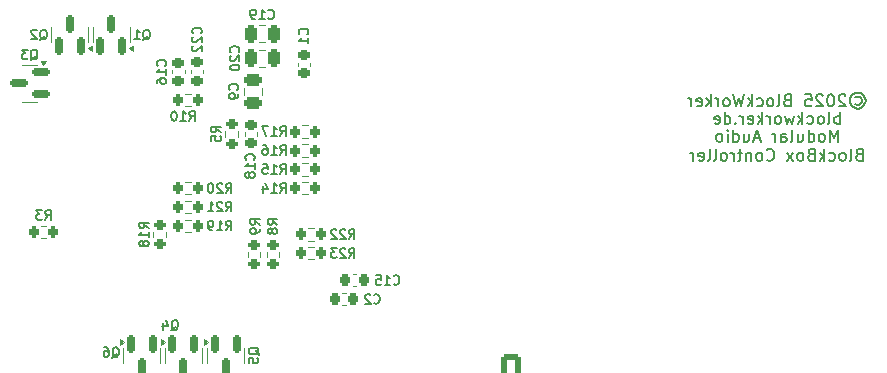
<source format=gbr>
%TF.GenerationSoftware,KiCad,Pcbnew,8.0.5*%
%TF.CreationDate,2025-01-05T11:13:20+01:00*%
%TF.ProjectId,BlockBoxController,426c6f63-6b42-46f7-9843-6f6e74726f6c,rev?*%
%TF.SameCoordinates,Original*%
%TF.FileFunction,Legend,Bot*%
%TF.FilePolarity,Positive*%
%FSLAX46Y46*%
G04 Gerber Fmt 4.6, Leading zero omitted, Abs format (unit mm)*
G04 Created by KiCad (PCBNEW 8.0.5) date 2025-01-05 11:13:20*
%MOMM*%
%LPD*%
G01*
G04 APERTURE LIST*
G04 Aperture macros list*
%AMRoundRect*
0 Rectangle with rounded corners*
0 $1 Rounding radius*
0 $2 $3 $4 $5 $6 $7 $8 $9 X,Y pos of 4 corners*
0 Add a 4 corners polygon primitive as box body*
4,1,4,$2,$3,$4,$5,$6,$7,$8,$9,$2,$3,0*
0 Add four circle primitives for the rounded corners*
1,1,$1+$1,$2,$3*
1,1,$1+$1,$4,$5*
1,1,$1+$1,$6,$7*
1,1,$1+$1,$8,$9*
0 Add four rect primitives between the rounded corners*
20,1,$1+$1,$2,$3,$4,$5,0*
20,1,$1+$1,$4,$5,$6,$7,0*
20,1,$1+$1,$6,$7,$8,$9,0*
20,1,$1+$1,$8,$9,$2,$3,0*%
G04 Aperture macros list end*
%ADD10C,0.150000*%
%ADD11C,0.120000*%
%ADD12C,0.200000*%
%ADD13C,0.000000*%
%ADD14R,1.700000X1.700000*%
%ADD15O,1.700000X1.700000*%
%ADD16C,2.000000*%
%ADD17RoundRect,0.200000X-0.200000X-0.275000X0.200000X-0.275000X0.200000X0.275000X-0.200000X0.275000X0*%
%ADD18RoundRect,0.200000X0.200000X0.275000X-0.200000X0.275000X-0.200000X-0.275000X0.200000X-0.275000X0*%
%ADD19RoundRect,0.200000X0.275000X-0.200000X0.275000X0.200000X-0.275000X0.200000X-0.275000X-0.200000X0*%
%ADD20RoundRect,0.200000X-0.275000X0.200000X-0.275000X-0.200000X0.275000X-0.200000X0.275000X0.200000X0*%
%ADD21RoundRect,0.150000X-0.150000X0.587500X-0.150000X-0.587500X0.150000X-0.587500X0.150000X0.587500X0*%
%ADD22RoundRect,0.150000X0.587500X0.150000X-0.587500X0.150000X-0.587500X-0.150000X0.587500X-0.150000X0*%
%ADD23RoundRect,0.150000X0.150000X-0.587500X0.150000X0.587500X-0.150000X0.587500X-0.150000X-0.587500X0*%
%ADD24C,1.300000*%
%ADD25RoundRect,0.250000X0.600000X-0.850000X0.600000X0.850000X-0.600000X0.850000X-0.600000X-0.850000X0*%
%ADD26C,1.800000*%
%ADD27O,1.700000X2.200000*%
%ADD28RoundRect,0.225000X0.250000X-0.225000X0.250000X0.225000X-0.250000X0.225000X-0.250000X-0.225000X0*%
%ADD29RoundRect,0.250000X-0.250000X-0.475000X0.250000X-0.475000X0.250000X0.475000X-0.250000X0.475000X0*%
%ADD30RoundRect,0.225000X-0.250000X0.225000X-0.250000X-0.225000X0.250000X-0.225000X0.250000X0.225000X0*%
%ADD31RoundRect,0.225000X0.225000X0.250000X-0.225000X0.250000X-0.225000X-0.250000X0.225000X-0.250000X0*%
%ADD32RoundRect,0.250000X0.475000X-0.250000X0.475000X0.250000X-0.475000X0.250000X-0.475000X-0.250000X0*%
G04 APERTURE END LIST*
D10*
X186519047Y-95149847D02*
X186519047Y-94149847D01*
X186519047Y-94149847D02*
X186185714Y-94864132D01*
X186185714Y-94864132D02*
X185852381Y-94149847D01*
X185852381Y-94149847D02*
X185852381Y-95149847D01*
X185233333Y-95149847D02*
X185328571Y-95102228D01*
X185328571Y-95102228D02*
X185376190Y-95054608D01*
X185376190Y-95054608D02*
X185423809Y-94959370D01*
X185423809Y-94959370D02*
X185423809Y-94673656D01*
X185423809Y-94673656D02*
X185376190Y-94578418D01*
X185376190Y-94578418D02*
X185328571Y-94530799D01*
X185328571Y-94530799D02*
X185233333Y-94483180D01*
X185233333Y-94483180D02*
X185090476Y-94483180D01*
X185090476Y-94483180D02*
X184995238Y-94530799D01*
X184995238Y-94530799D02*
X184947619Y-94578418D01*
X184947619Y-94578418D02*
X184900000Y-94673656D01*
X184900000Y-94673656D02*
X184900000Y-94959370D01*
X184900000Y-94959370D02*
X184947619Y-95054608D01*
X184947619Y-95054608D02*
X184995238Y-95102228D01*
X184995238Y-95102228D02*
X185090476Y-95149847D01*
X185090476Y-95149847D02*
X185233333Y-95149847D01*
X184042857Y-95149847D02*
X184042857Y-94149847D01*
X184042857Y-95102228D02*
X184138095Y-95149847D01*
X184138095Y-95149847D02*
X184328571Y-95149847D01*
X184328571Y-95149847D02*
X184423809Y-95102228D01*
X184423809Y-95102228D02*
X184471428Y-95054608D01*
X184471428Y-95054608D02*
X184519047Y-94959370D01*
X184519047Y-94959370D02*
X184519047Y-94673656D01*
X184519047Y-94673656D02*
X184471428Y-94578418D01*
X184471428Y-94578418D02*
X184423809Y-94530799D01*
X184423809Y-94530799D02*
X184328571Y-94483180D01*
X184328571Y-94483180D02*
X184138095Y-94483180D01*
X184138095Y-94483180D02*
X184042857Y-94530799D01*
X183138095Y-94483180D02*
X183138095Y-95149847D01*
X183566666Y-94483180D02*
X183566666Y-95006989D01*
X183566666Y-95006989D02*
X183519047Y-95102228D01*
X183519047Y-95102228D02*
X183423809Y-95149847D01*
X183423809Y-95149847D02*
X183280952Y-95149847D01*
X183280952Y-95149847D02*
X183185714Y-95102228D01*
X183185714Y-95102228D02*
X183138095Y-95054608D01*
X182519047Y-95149847D02*
X182614285Y-95102228D01*
X182614285Y-95102228D02*
X182661904Y-95006989D01*
X182661904Y-95006989D02*
X182661904Y-94149847D01*
X181709523Y-95149847D02*
X181709523Y-94626037D01*
X181709523Y-94626037D02*
X181757142Y-94530799D01*
X181757142Y-94530799D02*
X181852380Y-94483180D01*
X181852380Y-94483180D02*
X182042856Y-94483180D01*
X182042856Y-94483180D02*
X182138094Y-94530799D01*
X181709523Y-95102228D02*
X181804761Y-95149847D01*
X181804761Y-95149847D02*
X182042856Y-95149847D01*
X182042856Y-95149847D02*
X182138094Y-95102228D01*
X182138094Y-95102228D02*
X182185713Y-95006989D01*
X182185713Y-95006989D02*
X182185713Y-94911751D01*
X182185713Y-94911751D02*
X182138094Y-94816513D01*
X182138094Y-94816513D02*
X182042856Y-94768894D01*
X182042856Y-94768894D02*
X181804761Y-94768894D01*
X181804761Y-94768894D02*
X181709523Y-94721275D01*
X181233332Y-95149847D02*
X181233332Y-94483180D01*
X181233332Y-94673656D02*
X181185713Y-94578418D01*
X181185713Y-94578418D02*
X181138094Y-94530799D01*
X181138094Y-94530799D02*
X181042856Y-94483180D01*
X181042856Y-94483180D02*
X180947618Y-94483180D01*
X179899998Y-94864132D02*
X179423808Y-94864132D01*
X179995236Y-95149847D02*
X179661903Y-94149847D01*
X179661903Y-94149847D02*
X179328570Y-95149847D01*
X178566665Y-94483180D02*
X178566665Y-95149847D01*
X178995236Y-94483180D02*
X178995236Y-95006989D01*
X178995236Y-95006989D02*
X178947617Y-95102228D01*
X178947617Y-95102228D02*
X178852379Y-95149847D01*
X178852379Y-95149847D02*
X178709522Y-95149847D01*
X178709522Y-95149847D02*
X178614284Y-95102228D01*
X178614284Y-95102228D02*
X178566665Y-95054608D01*
X177661903Y-95149847D02*
X177661903Y-94149847D01*
X177661903Y-95102228D02*
X177757141Y-95149847D01*
X177757141Y-95149847D02*
X177947617Y-95149847D01*
X177947617Y-95149847D02*
X178042855Y-95102228D01*
X178042855Y-95102228D02*
X178090474Y-95054608D01*
X178090474Y-95054608D02*
X178138093Y-94959370D01*
X178138093Y-94959370D02*
X178138093Y-94673656D01*
X178138093Y-94673656D02*
X178090474Y-94578418D01*
X178090474Y-94578418D02*
X178042855Y-94530799D01*
X178042855Y-94530799D02*
X177947617Y-94483180D01*
X177947617Y-94483180D02*
X177757141Y-94483180D01*
X177757141Y-94483180D02*
X177661903Y-94530799D01*
X177185712Y-95149847D02*
X177185712Y-94483180D01*
X177185712Y-94149847D02*
X177233331Y-94197466D01*
X177233331Y-94197466D02*
X177185712Y-94245085D01*
X177185712Y-94245085D02*
X177138093Y-94197466D01*
X177138093Y-94197466D02*
X177185712Y-94149847D01*
X177185712Y-94149847D02*
X177185712Y-94245085D01*
X176566665Y-95149847D02*
X176661903Y-95102228D01*
X176661903Y-95102228D02*
X176709522Y-95054608D01*
X176709522Y-95054608D02*
X176757141Y-94959370D01*
X176757141Y-94959370D02*
X176757141Y-94673656D01*
X176757141Y-94673656D02*
X176709522Y-94578418D01*
X176709522Y-94578418D02*
X176661903Y-94530799D01*
X176661903Y-94530799D02*
X176566665Y-94483180D01*
X176566665Y-94483180D02*
X176423808Y-94483180D01*
X176423808Y-94483180D02*
X176328570Y-94530799D01*
X176328570Y-94530799D02*
X176280951Y-94578418D01*
X176280951Y-94578418D02*
X176233332Y-94673656D01*
X176233332Y-94673656D02*
X176233332Y-94959370D01*
X176233332Y-94959370D02*
X176280951Y-95054608D01*
X176280951Y-95054608D02*
X176328570Y-95102228D01*
X176328570Y-95102228D02*
X176423808Y-95149847D01*
X176423808Y-95149847D02*
X176566665Y-95149847D01*
X188328573Y-96235981D02*
X188185716Y-96283600D01*
X188185716Y-96283600D02*
X188138097Y-96331219D01*
X188138097Y-96331219D02*
X188090478Y-96426457D01*
X188090478Y-96426457D02*
X188090478Y-96569314D01*
X188090478Y-96569314D02*
X188138097Y-96664552D01*
X188138097Y-96664552D02*
X188185716Y-96712172D01*
X188185716Y-96712172D02*
X188280954Y-96759791D01*
X188280954Y-96759791D02*
X188661906Y-96759791D01*
X188661906Y-96759791D02*
X188661906Y-95759791D01*
X188661906Y-95759791D02*
X188328573Y-95759791D01*
X188328573Y-95759791D02*
X188233335Y-95807410D01*
X188233335Y-95807410D02*
X188185716Y-95855029D01*
X188185716Y-95855029D02*
X188138097Y-95950267D01*
X188138097Y-95950267D02*
X188138097Y-96045505D01*
X188138097Y-96045505D02*
X188185716Y-96140743D01*
X188185716Y-96140743D02*
X188233335Y-96188362D01*
X188233335Y-96188362D02*
X188328573Y-96235981D01*
X188328573Y-96235981D02*
X188661906Y-96235981D01*
X187519049Y-96759791D02*
X187614287Y-96712172D01*
X187614287Y-96712172D02*
X187661906Y-96616933D01*
X187661906Y-96616933D02*
X187661906Y-95759791D01*
X186995239Y-96759791D02*
X187090477Y-96712172D01*
X187090477Y-96712172D02*
X187138096Y-96664552D01*
X187138096Y-96664552D02*
X187185715Y-96569314D01*
X187185715Y-96569314D02*
X187185715Y-96283600D01*
X187185715Y-96283600D02*
X187138096Y-96188362D01*
X187138096Y-96188362D02*
X187090477Y-96140743D01*
X187090477Y-96140743D02*
X186995239Y-96093124D01*
X186995239Y-96093124D02*
X186852382Y-96093124D01*
X186852382Y-96093124D02*
X186757144Y-96140743D01*
X186757144Y-96140743D02*
X186709525Y-96188362D01*
X186709525Y-96188362D02*
X186661906Y-96283600D01*
X186661906Y-96283600D02*
X186661906Y-96569314D01*
X186661906Y-96569314D02*
X186709525Y-96664552D01*
X186709525Y-96664552D02*
X186757144Y-96712172D01*
X186757144Y-96712172D02*
X186852382Y-96759791D01*
X186852382Y-96759791D02*
X186995239Y-96759791D01*
X185804763Y-96712172D02*
X185900001Y-96759791D01*
X185900001Y-96759791D02*
X186090477Y-96759791D01*
X186090477Y-96759791D02*
X186185715Y-96712172D01*
X186185715Y-96712172D02*
X186233334Y-96664552D01*
X186233334Y-96664552D02*
X186280953Y-96569314D01*
X186280953Y-96569314D02*
X186280953Y-96283600D01*
X186280953Y-96283600D02*
X186233334Y-96188362D01*
X186233334Y-96188362D02*
X186185715Y-96140743D01*
X186185715Y-96140743D02*
X186090477Y-96093124D01*
X186090477Y-96093124D02*
X185900001Y-96093124D01*
X185900001Y-96093124D02*
X185804763Y-96140743D01*
X185376191Y-96759791D02*
X185376191Y-95759791D01*
X185280953Y-96378838D02*
X184995239Y-96759791D01*
X184995239Y-96093124D02*
X185376191Y-96474076D01*
X184233334Y-96235981D02*
X184090477Y-96283600D01*
X184090477Y-96283600D02*
X184042858Y-96331219D01*
X184042858Y-96331219D02*
X183995239Y-96426457D01*
X183995239Y-96426457D02*
X183995239Y-96569314D01*
X183995239Y-96569314D02*
X184042858Y-96664552D01*
X184042858Y-96664552D02*
X184090477Y-96712172D01*
X184090477Y-96712172D02*
X184185715Y-96759791D01*
X184185715Y-96759791D02*
X184566667Y-96759791D01*
X184566667Y-96759791D02*
X184566667Y-95759791D01*
X184566667Y-95759791D02*
X184233334Y-95759791D01*
X184233334Y-95759791D02*
X184138096Y-95807410D01*
X184138096Y-95807410D02*
X184090477Y-95855029D01*
X184090477Y-95855029D02*
X184042858Y-95950267D01*
X184042858Y-95950267D02*
X184042858Y-96045505D01*
X184042858Y-96045505D02*
X184090477Y-96140743D01*
X184090477Y-96140743D02*
X184138096Y-96188362D01*
X184138096Y-96188362D02*
X184233334Y-96235981D01*
X184233334Y-96235981D02*
X184566667Y-96235981D01*
X183423810Y-96759791D02*
X183519048Y-96712172D01*
X183519048Y-96712172D02*
X183566667Y-96664552D01*
X183566667Y-96664552D02*
X183614286Y-96569314D01*
X183614286Y-96569314D02*
X183614286Y-96283600D01*
X183614286Y-96283600D02*
X183566667Y-96188362D01*
X183566667Y-96188362D02*
X183519048Y-96140743D01*
X183519048Y-96140743D02*
X183423810Y-96093124D01*
X183423810Y-96093124D02*
X183280953Y-96093124D01*
X183280953Y-96093124D02*
X183185715Y-96140743D01*
X183185715Y-96140743D02*
X183138096Y-96188362D01*
X183138096Y-96188362D02*
X183090477Y-96283600D01*
X183090477Y-96283600D02*
X183090477Y-96569314D01*
X183090477Y-96569314D02*
X183138096Y-96664552D01*
X183138096Y-96664552D02*
X183185715Y-96712172D01*
X183185715Y-96712172D02*
X183280953Y-96759791D01*
X183280953Y-96759791D02*
X183423810Y-96759791D01*
X182757143Y-96759791D02*
X182233334Y-96093124D01*
X182757143Y-96093124D02*
X182233334Y-96759791D01*
X180519048Y-96664552D02*
X180566667Y-96712172D01*
X180566667Y-96712172D02*
X180709524Y-96759791D01*
X180709524Y-96759791D02*
X180804762Y-96759791D01*
X180804762Y-96759791D02*
X180947619Y-96712172D01*
X180947619Y-96712172D02*
X181042857Y-96616933D01*
X181042857Y-96616933D02*
X181090476Y-96521695D01*
X181090476Y-96521695D02*
X181138095Y-96331219D01*
X181138095Y-96331219D02*
X181138095Y-96188362D01*
X181138095Y-96188362D02*
X181090476Y-95997886D01*
X181090476Y-95997886D02*
X181042857Y-95902648D01*
X181042857Y-95902648D02*
X180947619Y-95807410D01*
X180947619Y-95807410D02*
X180804762Y-95759791D01*
X180804762Y-95759791D02*
X180709524Y-95759791D01*
X180709524Y-95759791D02*
X180566667Y-95807410D01*
X180566667Y-95807410D02*
X180519048Y-95855029D01*
X179947619Y-96759791D02*
X180042857Y-96712172D01*
X180042857Y-96712172D02*
X180090476Y-96664552D01*
X180090476Y-96664552D02*
X180138095Y-96569314D01*
X180138095Y-96569314D02*
X180138095Y-96283600D01*
X180138095Y-96283600D02*
X180090476Y-96188362D01*
X180090476Y-96188362D02*
X180042857Y-96140743D01*
X180042857Y-96140743D02*
X179947619Y-96093124D01*
X179947619Y-96093124D02*
X179804762Y-96093124D01*
X179804762Y-96093124D02*
X179709524Y-96140743D01*
X179709524Y-96140743D02*
X179661905Y-96188362D01*
X179661905Y-96188362D02*
X179614286Y-96283600D01*
X179614286Y-96283600D02*
X179614286Y-96569314D01*
X179614286Y-96569314D02*
X179661905Y-96664552D01*
X179661905Y-96664552D02*
X179709524Y-96712172D01*
X179709524Y-96712172D02*
X179804762Y-96759791D01*
X179804762Y-96759791D02*
X179947619Y-96759791D01*
X179185714Y-96093124D02*
X179185714Y-96759791D01*
X179185714Y-96188362D02*
X179138095Y-96140743D01*
X179138095Y-96140743D02*
X179042857Y-96093124D01*
X179042857Y-96093124D02*
X178900000Y-96093124D01*
X178900000Y-96093124D02*
X178804762Y-96140743D01*
X178804762Y-96140743D02*
X178757143Y-96235981D01*
X178757143Y-96235981D02*
X178757143Y-96759791D01*
X178423809Y-96093124D02*
X178042857Y-96093124D01*
X178280952Y-95759791D02*
X178280952Y-96616933D01*
X178280952Y-96616933D02*
X178233333Y-96712172D01*
X178233333Y-96712172D02*
X178138095Y-96759791D01*
X178138095Y-96759791D02*
X178042857Y-96759791D01*
X177709523Y-96759791D02*
X177709523Y-96093124D01*
X177709523Y-96283600D02*
X177661904Y-96188362D01*
X177661904Y-96188362D02*
X177614285Y-96140743D01*
X177614285Y-96140743D02*
X177519047Y-96093124D01*
X177519047Y-96093124D02*
X177423809Y-96093124D01*
X176947618Y-96759791D02*
X177042856Y-96712172D01*
X177042856Y-96712172D02*
X177090475Y-96664552D01*
X177090475Y-96664552D02*
X177138094Y-96569314D01*
X177138094Y-96569314D02*
X177138094Y-96283600D01*
X177138094Y-96283600D02*
X177090475Y-96188362D01*
X177090475Y-96188362D02*
X177042856Y-96140743D01*
X177042856Y-96140743D02*
X176947618Y-96093124D01*
X176947618Y-96093124D02*
X176804761Y-96093124D01*
X176804761Y-96093124D02*
X176709523Y-96140743D01*
X176709523Y-96140743D02*
X176661904Y-96188362D01*
X176661904Y-96188362D02*
X176614285Y-96283600D01*
X176614285Y-96283600D02*
X176614285Y-96569314D01*
X176614285Y-96569314D02*
X176661904Y-96664552D01*
X176661904Y-96664552D02*
X176709523Y-96712172D01*
X176709523Y-96712172D02*
X176804761Y-96759791D01*
X176804761Y-96759791D02*
X176947618Y-96759791D01*
X176042856Y-96759791D02*
X176138094Y-96712172D01*
X176138094Y-96712172D02*
X176185713Y-96616933D01*
X176185713Y-96616933D02*
X176185713Y-95759791D01*
X175519046Y-96759791D02*
X175614284Y-96712172D01*
X175614284Y-96712172D02*
X175661903Y-96616933D01*
X175661903Y-96616933D02*
X175661903Y-95759791D01*
X174757141Y-96712172D02*
X174852379Y-96759791D01*
X174852379Y-96759791D02*
X175042855Y-96759791D01*
X175042855Y-96759791D02*
X175138093Y-96712172D01*
X175138093Y-96712172D02*
X175185712Y-96616933D01*
X175185712Y-96616933D02*
X175185712Y-96235981D01*
X175185712Y-96235981D02*
X175138093Y-96140743D01*
X175138093Y-96140743D02*
X175042855Y-96093124D01*
X175042855Y-96093124D02*
X174852379Y-96093124D01*
X174852379Y-96093124D02*
X174757141Y-96140743D01*
X174757141Y-96140743D02*
X174709522Y-96235981D01*
X174709522Y-96235981D02*
X174709522Y-96331219D01*
X174709522Y-96331219D02*
X175185712Y-96426457D01*
X174280950Y-96759791D02*
X174280950Y-96093124D01*
X174280950Y-96283600D02*
X174233331Y-96188362D01*
X174233331Y-96188362D02*
X174185712Y-96140743D01*
X174185712Y-96140743D02*
X174090474Y-96093124D01*
X174090474Y-96093124D02*
X173995236Y-96093124D01*
X188019048Y-91392914D02*
X188114287Y-91345295D01*
X188114287Y-91345295D02*
X188304763Y-91345295D01*
X188304763Y-91345295D02*
X188400001Y-91392914D01*
X188400001Y-91392914D02*
X188495239Y-91488152D01*
X188495239Y-91488152D02*
X188542858Y-91583390D01*
X188542858Y-91583390D02*
X188542858Y-91773866D01*
X188542858Y-91773866D02*
X188495239Y-91869104D01*
X188495239Y-91869104D02*
X188400001Y-91964342D01*
X188400001Y-91964342D02*
X188304763Y-92011961D01*
X188304763Y-92011961D02*
X188114287Y-92011961D01*
X188114287Y-92011961D02*
X188019048Y-91964342D01*
X188209525Y-91011961D02*
X188447620Y-91059580D01*
X188447620Y-91059580D02*
X188685715Y-91202438D01*
X188685715Y-91202438D02*
X188828572Y-91440533D01*
X188828572Y-91440533D02*
X188876191Y-91678628D01*
X188876191Y-91678628D02*
X188828572Y-91916723D01*
X188828572Y-91916723D02*
X188685715Y-92154819D01*
X188685715Y-92154819D02*
X188447620Y-92297676D01*
X188447620Y-92297676D02*
X188209525Y-92345295D01*
X188209525Y-92345295D02*
X187971429Y-92297676D01*
X187971429Y-92297676D02*
X187733334Y-92154819D01*
X187733334Y-92154819D02*
X187590477Y-91916723D01*
X187590477Y-91916723D02*
X187542858Y-91678628D01*
X187542858Y-91678628D02*
X187590477Y-91440533D01*
X187590477Y-91440533D02*
X187733334Y-91202438D01*
X187733334Y-91202438D02*
X187971429Y-91059580D01*
X187971429Y-91059580D02*
X188209525Y-91011961D01*
X187161905Y-91250057D02*
X187114286Y-91202438D01*
X187114286Y-91202438D02*
X187019048Y-91154819D01*
X187019048Y-91154819D02*
X186780953Y-91154819D01*
X186780953Y-91154819D02*
X186685715Y-91202438D01*
X186685715Y-91202438D02*
X186638096Y-91250057D01*
X186638096Y-91250057D02*
X186590477Y-91345295D01*
X186590477Y-91345295D02*
X186590477Y-91440533D01*
X186590477Y-91440533D02*
X186638096Y-91583390D01*
X186638096Y-91583390D02*
X187209524Y-92154819D01*
X187209524Y-92154819D02*
X186590477Y-92154819D01*
X185971429Y-91154819D02*
X185876191Y-91154819D01*
X185876191Y-91154819D02*
X185780953Y-91202438D01*
X185780953Y-91202438D02*
X185733334Y-91250057D01*
X185733334Y-91250057D02*
X185685715Y-91345295D01*
X185685715Y-91345295D02*
X185638096Y-91535771D01*
X185638096Y-91535771D02*
X185638096Y-91773866D01*
X185638096Y-91773866D02*
X185685715Y-91964342D01*
X185685715Y-91964342D02*
X185733334Y-92059580D01*
X185733334Y-92059580D02*
X185780953Y-92107200D01*
X185780953Y-92107200D02*
X185876191Y-92154819D01*
X185876191Y-92154819D02*
X185971429Y-92154819D01*
X185971429Y-92154819D02*
X186066667Y-92107200D01*
X186066667Y-92107200D02*
X186114286Y-92059580D01*
X186114286Y-92059580D02*
X186161905Y-91964342D01*
X186161905Y-91964342D02*
X186209524Y-91773866D01*
X186209524Y-91773866D02*
X186209524Y-91535771D01*
X186209524Y-91535771D02*
X186161905Y-91345295D01*
X186161905Y-91345295D02*
X186114286Y-91250057D01*
X186114286Y-91250057D02*
X186066667Y-91202438D01*
X186066667Y-91202438D02*
X185971429Y-91154819D01*
X185257143Y-91250057D02*
X185209524Y-91202438D01*
X185209524Y-91202438D02*
X185114286Y-91154819D01*
X185114286Y-91154819D02*
X184876191Y-91154819D01*
X184876191Y-91154819D02*
X184780953Y-91202438D01*
X184780953Y-91202438D02*
X184733334Y-91250057D01*
X184733334Y-91250057D02*
X184685715Y-91345295D01*
X184685715Y-91345295D02*
X184685715Y-91440533D01*
X184685715Y-91440533D02*
X184733334Y-91583390D01*
X184733334Y-91583390D02*
X185304762Y-92154819D01*
X185304762Y-92154819D02*
X184685715Y-92154819D01*
X183780953Y-91154819D02*
X184257143Y-91154819D01*
X184257143Y-91154819D02*
X184304762Y-91631009D01*
X184304762Y-91631009D02*
X184257143Y-91583390D01*
X184257143Y-91583390D02*
X184161905Y-91535771D01*
X184161905Y-91535771D02*
X183923810Y-91535771D01*
X183923810Y-91535771D02*
X183828572Y-91583390D01*
X183828572Y-91583390D02*
X183780953Y-91631009D01*
X183780953Y-91631009D02*
X183733334Y-91726247D01*
X183733334Y-91726247D02*
X183733334Y-91964342D01*
X183733334Y-91964342D02*
X183780953Y-92059580D01*
X183780953Y-92059580D02*
X183828572Y-92107200D01*
X183828572Y-92107200D02*
X183923810Y-92154819D01*
X183923810Y-92154819D02*
X184161905Y-92154819D01*
X184161905Y-92154819D02*
X184257143Y-92107200D01*
X184257143Y-92107200D02*
X184304762Y-92059580D01*
X182209524Y-91631009D02*
X182066667Y-91678628D01*
X182066667Y-91678628D02*
X182019048Y-91726247D01*
X182019048Y-91726247D02*
X181971429Y-91821485D01*
X181971429Y-91821485D02*
X181971429Y-91964342D01*
X181971429Y-91964342D02*
X182019048Y-92059580D01*
X182019048Y-92059580D02*
X182066667Y-92107200D01*
X182066667Y-92107200D02*
X182161905Y-92154819D01*
X182161905Y-92154819D02*
X182542857Y-92154819D01*
X182542857Y-92154819D02*
X182542857Y-91154819D01*
X182542857Y-91154819D02*
X182209524Y-91154819D01*
X182209524Y-91154819D02*
X182114286Y-91202438D01*
X182114286Y-91202438D02*
X182066667Y-91250057D01*
X182066667Y-91250057D02*
X182019048Y-91345295D01*
X182019048Y-91345295D02*
X182019048Y-91440533D01*
X182019048Y-91440533D02*
X182066667Y-91535771D01*
X182066667Y-91535771D02*
X182114286Y-91583390D01*
X182114286Y-91583390D02*
X182209524Y-91631009D01*
X182209524Y-91631009D02*
X182542857Y-91631009D01*
X181400000Y-92154819D02*
X181495238Y-92107200D01*
X181495238Y-92107200D02*
X181542857Y-92011961D01*
X181542857Y-92011961D02*
X181542857Y-91154819D01*
X180876190Y-92154819D02*
X180971428Y-92107200D01*
X180971428Y-92107200D02*
X181019047Y-92059580D01*
X181019047Y-92059580D02*
X181066666Y-91964342D01*
X181066666Y-91964342D02*
X181066666Y-91678628D01*
X181066666Y-91678628D02*
X181019047Y-91583390D01*
X181019047Y-91583390D02*
X180971428Y-91535771D01*
X180971428Y-91535771D02*
X180876190Y-91488152D01*
X180876190Y-91488152D02*
X180733333Y-91488152D01*
X180733333Y-91488152D02*
X180638095Y-91535771D01*
X180638095Y-91535771D02*
X180590476Y-91583390D01*
X180590476Y-91583390D02*
X180542857Y-91678628D01*
X180542857Y-91678628D02*
X180542857Y-91964342D01*
X180542857Y-91964342D02*
X180590476Y-92059580D01*
X180590476Y-92059580D02*
X180638095Y-92107200D01*
X180638095Y-92107200D02*
X180733333Y-92154819D01*
X180733333Y-92154819D02*
X180876190Y-92154819D01*
X179685714Y-92107200D02*
X179780952Y-92154819D01*
X179780952Y-92154819D02*
X179971428Y-92154819D01*
X179971428Y-92154819D02*
X180066666Y-92107200D01*
X180066666Y-92107200D02*
X180114285Y-92059580D01*
X180114285Y-92059580D02*
X180161904Y-91964342D01*
X180161904Y-91964342D02*
X180161904Y-91678628D01*
X180161904Y-91678628D02*
X180114285Y-91583390D01*
X180114285Y-91583390D02*
X180066666Y-91535771D01*
X180066666Y-91535771D02*
X179971428Y-91488152D01*
X179971428Y-91488152D02*
X179780952Y-91488152D01*
X179780952Y-91488152D02*
X179685714Y-91535771D01*
X179257142Y-92154819D02*
X179257142Y-91154819D01*
X179161904Y-91773866D02*
X178876190Y-92154819D01*
X178876190Y-91488152D02*
X179257142Y-91869104D01*
X178542856Y-91154819D02*
X178304761Y-92154819D01*
X178304761Y-92154819D02*
X178114285Y-91440533D01*
X178114285Y-91440533D02*
X177923809Y-92154819D01*
X177923809Y-92154819D02*
X177685714Y-91154819D01*
X177161904Y-92154819D02*
X177257142Y-92107200D01*
X177257142Y-92107200D02*
X177304761Y-92059580D01*
X177304761Y-92059580D02*
X177352380Y-91964342D01*
X177352380Y-91964342D02*
X177352380Y-91678628D01*
X177352380Y-91678628D02*
X177304761Y-91583390D01*
X177304761Y-91583390D02*
X177257142Y-91535771D01*
X177257142Y-91535771D02*
X177161904Y-91488152D01*
X177161904Y-91488152D02*
X177019047Y-91488152D01*
X177019047Y-91488152D02*
X176923809Y-91535771D01*
X176923809Y-91535771D02*
X176876190Y-91583390D01*
X176876190Y-91583390D02*
X176828571Y-91678628D01*
X176828571Y-91678628D02*
X176828571Y-91964342D01*
X176828571Y-91964342D02*
X176876190Y-92059580D01*
X176876190Y-92059580D02*
X176923809Y-92107200D01*
X176923809Y-92107200D02*
X177019047Y-92154819D01*
X177019047Y-92154819D02*
X177161904Y-92154819D01*
X176399999Y-92154819D02*
X176399999Y-91488152D01*
X176399999Y-91678628D02*
X176352380Y-91583390D01*
X176352380Y-91583390D02*
X176304761Y-91535771D01*
X176304761Y-91535771D02*
X176209523Y-91488152D01*
X176209523Y-91488152D02*
X176114285Y-91488152D01*
X175780951Y-92154819D02*
X175780951Y-91154819D01*
X175685713Y-91773866D02*
X175399999Y-92154819D01*
X175399999Y-91488152D02*
X175780951Y-91869104D01*
X174590475Y-92107200D02*
X174685713Y-92154819D01*
X174685713Y-92154819D02*
X174876189Y-92154819D01*
X174876189Y-92154819D02*
X174971427Y-92107200D01*
X174971427Y-92107200D02*
X175019046Y-92011961D01*
X175019046Y-92011961D02*
X175019046Y-91631009D01*
X175019046Y-91631009D02*
X174971427Y-91535771D01*
X174971427Y-91535771D02*
X174876189Y-91488152D01*
X174876189Y-91488152D02*
X174685713Y-91488152D01*
X174685713Y-91488152D02*
X174590475Y-91535771D01*
X174590475Y-91535771D02*
X174542856Y-91631009D01*
X174542856Y-91631009D02*
X174542856Y-91726247D01*
X174542856Y-91726247D02*
X175019046Y-91821485D01*
X174114284Y-92154819D02*
X174114284Y-91488152D01*
X174114284Y-91678628D02*
X174066665Y-91583390D01*
X174066665Y-91583390D02*
X174019046Y-91535771D01*
X174019046Y-91535771D02*
X173923808Y-91488152D01*
X173923808Y-91488152D02*
X173828570Y-91488152D01*
X186709524Y-93654819D02*
X186709524Y-92654819D01*
X186709524Y-93035771D02*
X186614286Y-92988152D01*
X186614286Y-92988152D02*
X186423810Y-92988152D01*
X186423810Y-92988152D02*
X186328572Y-93035771D01*
X186328572Y-93035771D02*
X186280953Y-93083390D01*
X186280953Y-93083390D02*
X186233334Y-93178628D01*
X186233334Y-93178628D02*
X186233334Y-93464342D01*
X186233334Y-93464342D02*
X186280953Y-93559580D01*
X186280953Y-93559580D02*
X186328572Y-93607200D01*
X186328572Y-93607200D02*
X186423810Y-93654819D01*
X186423810Y-93654819D02*
X186614286Y-93654819D01*
X186614286Y-93654819D02*
X186709524Y-93607200D01*
X185661905Y-93654819D02*
X185757143Y-93607200D01*
X185757143Y-93607200D02*
X185804762Y-93511961D01*
X185804762Y-93511961D02*
X185804762Y-92654819D01*
X185138095Y-93654819D02*
X185233333Y-93607200D01*
X185233333Y-93607200D02*
X185280952Y-93559580D01*
X185280952Y-93559580D02*
X185328571Y-93464342D01*
X185328571Y-93464342D02*
X185328571Y-93178628D01*
X185328571Y-93178628D02*
X185280952Y-93083390D01*
X185280952Y-93083390D02*
X185233333Y-93035771D01*
X185233333Y-93035771D02*
X185138095Y-92988152D01*
X185138095Y-92988152D02*
X184995238Y-92988152D01*
X184995238Y-92988152D02*
X184900000Y-93035771D01*
X184900000Y-93035771D02*
X184852381Y-93083390D01*
X184852381Y-93083390D02*
X184804762Y-93178628D01*
X184804762Y-93178628D02*
X184804762Y-93464342D01*
X184804762Y-93464342D02*
X184852381Y-93559580D01*
X184852381Y-93559580D02*
X184900000Y-93607200D01*
X184900000Y-93607200D02*
X184995238Y-93654819D01*
X184995238Y-93654819D02*
X185138095Y-93654819D01*
X183947619Y-93607200D02*
X184042857Y-93654819D01*
X184042857Y-93654819D02*
X184233333Y-93654819D01*
X184233333Y-93654819D02*
X184328571Y-93607200D01*
X184328571Y-93607200D02*
X184376190Y-93559580D01*
X184376190Y-93559580D02*
X184423809Y-93464342D01*
X184423809Y-93464342D02*
X184423809Y-93178628D01*
X184423809Y-93178628D02*
X184376190Y-93083390D01*
X184376190Y-93083390D02*
X184328571Y-93035771D01*
X184328571Y-93035771D02*
X184233333Y-92988152D01*
X184233333Y-92988152D02*
X184042857Y-92988152D01*
X184042857Y-92988152D02*
X183947619Y-93035771D01*
X183519047Y-93654819D02*
X183519047Y-92654819D01*
X183423809Y-93273866D02*
X183138095Y-93654819D01*
X183138095Y-92988152D02*
X183519047Y-93369104D01*
X182804761Y-92988152D02*
X182614285Y-93654819D01*
X182614285Y-93654819D02*
X182423809Y-93178628D01*
X182423809Y-93178628D02*
X182233333Y-93654819D01*
X182233333Y-93654819D02*
X182042857Y-92988152D01*
X181519047Y-93654819D02*
X181614285Y-93607200D01*
X181614285Y-93607200D02*
X181661904Y-93559580D01*
X181661904Y-93559580D02*
X181709523Y-93464342D01*
X181709523Y-93464342D02*
X181709523Y-93178628D01*
X181709523Y-93178628D02*
X181661904Y-93083390D01*
X181661904Y-93083390D02*
X181614285Y-93035771D01*
X181614285Y-93035771D02*
X181519047Y-92988152D01*
X181519047Y-92988152D02*
X181376190Y-92988152D01*
X181376190Y-92988152D02*
X181280952Y-93035771D01*
X181280952Y-93035771D02*
X181233333Y-93083390D01*
X181233333Y-93083390D02*
X181185714Y-93178628D01*
X181185714Y-93178628D02*
X181185714Y-93464342D01*
X181185714Y-93464342D02*
X181233333Y-93559580D01*
X181233333Y-93559580D02*
X181280952Y-93607200D01*
X181280952Y-93607200D02*
X181376190Y-93654819D01*
X181376190Y-93654819D02*
X181519047Y-93654819D01*
X180757142Y-93654819D02*
X180757142Y-92988152D01*
X180757142Y-93178628D02*
X180709523Y-93083390D01*
X180709523Y-93083390D02*
X180661904Y-93035771D01*
X180661904Y-93035771D02*
X180566666Y-92988152D01*
X180566666Y-92988152D02*
X180471428Y-92988152D01*
X180138094Y-93654819D02*
X180138094Y-92654819D01*
X180042856Y-93273866D02*
X179757142Y-93654819D01*
X179757142Y-92988152D02*
X180138094Y-93369104D01*
X178947618Y-93607200D02*
X179042856Y-93654819D01*
X179042856Y-93654819D02*
X179233332Y-93654819D01*
X179233332Y-93654819D02*
X179328570Y-93607200D01*
X179328570Y-93607200D02*
X179376189Y-93511961D01*
X179376189Y-93511961D02*
X179376189Y-93131009D01*
X179376189Y-93131009D02*
X179328570Y-93035771D01*
X179328570Y-93035771D02*
X179233332Y-92988152D01*
X179233332Y-92988152D02*
X179042856Y-92988152D01*
X179042856Y-92988152D02*
X178947618Y-93035771D01*
X178947618Y-93035771D02*
X178899999Y-93131009D01*
X178899999Y-93131009D02*
X178899999Y-93226247D01*
X178899999Y-93226247D02*
X179376189Y-93321485D01*
X178471427Y-93654819D02*
X178471427Y-92988152D01*
X178471427Y-93178628D02*
X178423808Y-93083390D01*
X178423808Y-93083390D02*
X178376189Y-93035771D01*
X178376189Y-93035771D02*
X178280951Y-92988152D01*
X178280951Y-92988152D02*
X178185713Y-92988152D01*
X177852379Y-93559580D02*
X177804760Y-93607200D01*
X177804760Y-93607200D02*
X177852379Y-93654819D01*
X177852379Y-93654819D02*
X177899998Y-93607200D01*
X177899998Y-93607200D02*
X177852379Y-93559580D01*
X177852379Y-93559580D02*
X177852379Y-93654819D01*
X176947618Y-93654819D02*
X176947618Y-92654819D01*
X176947618Y-93607200D02*
X177042856Y-93654819D01*
X177042856Y-93654819D02*
X177233332Y-93654819D01*
X177233332Y-93654819D02*
X177328570Y-93607200D01*
X177328570Y-93607200D02*
X177376189Y-93559580D01*
X177376189Y-93559580D02*
X177423808Y-93464342D01*
X177423808Y-93464342D02*
X177423808Y-93178628D01*
X177423808Y-93178628D02*
X177376189Y-93083390D01*
X177376189Y-93083390D02*
X177328570Y-93035771D01*
X177328570Y-93035771D02*
X177233332Y-92988152D01*
X177233332Y-92988152D02*
X177042856Y-92988152D01*
X177042856Y-92988152D02*
X176947618Y-93035771D01*
X176090475Y-93607200D02*
X176185713Y-93654819D01*
X176185713Y-93654819D02*
X176376189Y-93654819D01*
X176376189Y-93654819D02*
X176471427Y-93607200D01*
X176471427Y-93607200D02*
X176519046Y-93511961D01*
X176519046Y-93511961D02*
X176519046Y-93131009D01*
X176519046Y-93131009D02*
X176471427Y-93035771D01*
X176471427Y-93035771D02*
X176376189Y-92988152D01*
X176376189Y-92988152D02*
X176185713Y-92988152D01*
X176185713Y-92988152D02*
X176090475Y-93035771D01*
X176090475Y-93035771D02*
X176042856Y-93131009D01*
X176042856Y-93131009D02*
X176042856Y-93226247D01*
X176042856Y-93226247D02*
X176519046Y-93321485D01*
X145114285Y-104962295D02*
X145380952Y-104581342D01*
X145571428Y-104962295D02*
X145571428Y-104162295D01*
X145571428Y-104162295D02*
X145266666Y-104162295D01*
X145266666Y-104162295D02*
X145190476Y-104200390D01*
X145190476Y-104200390D02*
X145152381Y-104238485D01*
X145152381Y-104238485D02*
X145114285Y-104314676D01*
X145114285Y-104314676D02*
X145114285Y-104428961D01*
X145114285Y-104428961D02*
X145152381Y-104505152D01*
X145152381Y-104505152D02*
X145190476Y-104543247D01*
X145190476Y-104543247D02*
X145266666Y-104581342D01*
X145266666Y-104581342D02*
X145571428Y-104581342D01*
X144809524Y-104238485D02*
X144771428Y-104200390D01*
X144771428Y-104200390D02*
X144695238Y-104162295D01*
X144695238Y-104162295D02*
X144504762Y-104162295D01*
X144504762Y-104162295D02*
X144428571Y-104200390D01*
X144428571Y-104200390D02*
X144390476Y-104238485D01*
X144390476Y-104238485D02*
X144352381Y-104314676D01*
X144352381Y-104314676D02*
X144352381Y-104390866D01*
X144352381Y-104390866D02*
X144390476Y-104505152D01*
X144390476Y-104505152D02*
X144847619Y-104962295D01*
X144847619Y-104962295D02*
X144352381Y-104962295D01*
X144085714Y-104162295D02*
X143590476Y-104162295D01*
X143590476Y-104162295D02*
X143857142Y-104467057D01*
X143857142Y-104467057D02*
X143742857Y-104467057D01*
X143742857Y-104467057D02*
X143666666Y-104505152D01*
X143666666Y-104505152D02*
X143628571Y-104543247D01*
X143628571Y-104543247D02*
X143590476Y-104619438D01*
X143590476Y-104619438D02*
X143590476Y-104809914D01*
X143590476Y-104809914D02*
X143628571Y-104886104D01*
X143628571Y-104886104D02*
X143666666Y-104924200D01*
X143666666Y-104924200D02*
X143742857Y-104962295D01*
X143742857Y-104962295D02*
X143971428Y-104962295D01*
X143971428Y-104962295D02*
X144047619Y-104924200D01*
X144047619Y-104924200D02*
X144085714Y-104886104D01*
X145114285Y-103362295D02*
X145380952Y-102981342D01*
X145571428Y-103362295D02*
X145571428Y-102562295D01*
X145571428Y-102562295D02*
X145266666Y-102562295D01*
X145266666Y-102562295D02*
X145190476Y-102600390D01*
X145190476Y-102600390D02*
X145152381Y-102638485D01*
X145152381Y-102638485D02*
X145114285Y-102714676D01*
X145114285Y-102714676D02*
X145114285Y-102828961D01*
X145114285Y-102828961D02*
X145152381Y-102905152D01*
X145152381Y-102905152D02*
X145190476Y-102943247D01*
X145190476Y-102943247D02*
X145266666Y-102981342D01*
X145266666Y-102981342D02*
X145571428Y-102981342D01*
X144809524Y-102638485D02*
X144771428Y-102600390D01*
X144771428Y-102600390D02*
X144695238Y-102562295D01*
X144695238Y-102562295D02*
X144504762Y-102562295D01*
X144504762Y-102562295D02*
X144428571Y-102600390D01*
X144428571Y-102600390D02*
X144390476Y-102638485D01*
X144390476Y-102638485D02*
X144352381Y-102714676D01*
X144352381Y-102714676D02*
X144352381Y-102790866D01*
X144352381Y-102790866D02*
X144390476Y-102905152D01*
X144390476Y-102905152D02*
X144847619Y-103362295D01*
X144847619Y-103362295D02*
X144352381Y-103362295D01*
X144047619Y-102638485D02*
X144009523Y-102600390D01*
X144009523Y-102600390D02*
X143933333Y-102562295D01*
X143933333Y-102562295D02*
X143742857Y-102562295D01*
X143742857Y-102562295D02*
X143666666Y-102600390D01*
X143666666Y-102600390D02*
X143628571Y-102638485D01*
X143628571Y-102638485D02*
X143590476Y-102714676D01*
X143590476Y-102714676D02*
X143590476Y-102790866D01*
X143590476Y-102790866D02*
X143628571Y-102905152D01*
X143628571Y-102905152D02*
X144085714Y-103362295D01*
X144085714Y-103362295D02*
X143590476Y-103362295D01*
X134714285Y-101062295D02*
X134980952Y-100681342D01*
X135171428Y-101062295D02*
X135171428Y-100262295D01*
X135171428Y-100262295D02*
X134866666Y-100262295D01*
X134866666Y-100262295D02*
X134790476Y-100300390D01*
X134790476Y-100300390D02*
X134752381Y-100338485D01*
X134752381Y-100338485D02*
X134714285Y-100414676D01*
X134714285Y-100414676D02*
X134714285Y-100528961D01*
X134714285Y-100528961D02*
X134752381Y-100605152D01*
X134752381Y-100605152D02*
X134790476Y-100643247D01*
X134790476Y-100643247D02*
X134866666Y-100681342D01*
X134866666Y-100681342D02*
X135171428Y-100681342D01*
X134409524Y-100338485D02*
X134371428Y-100300390D01*
X134371428Y-100300390D02*
X134295238Y-100262295D01*
X134295238Y-100262295D02*
X134104762Y-100262295D01*
X134104762Y-100262295D02*
X134028571Y-100300390D01*
X134028571Y-100300390D02*
X133990476Y-100338485D01*
X133990476Y-100338485D02*
X133952381Y-100414676D01*
X133952381Y-100414676D02*
X133952381Y-100490866D01*
X133952381Y-100490866D02*
X133990476Y-100605152D01*
X133990476Y-100605152D02*
X134447619Y-101062295D01*
X134447619Y-101062295D02*
X133952381Y-101062295D01*
X133190476Y-101062295D02*
X133647619Y-101062295D01*
X133419047Y-101062295D02*
X133419047Y-100262295D01*
X133419047Y-100262295D02*
X133495238Y-100376580D01*
X133495238Y-100376580D02*
X133571428Y-100452771D01*
X133571428Y-100452771D02*
X133647619Y-100490866D01*
X134714285Y-99462295D02*
X134980952Y-99081342D01*
X135171428Y-99462295D02*
X135171428Y-98662295D01*
X135171428Y-98662295D02*
X134866666Y-98662295D01*
X134866666Y-98662295D02*
X134790476Y-98700390D01*
X134790476Y-98700390D02*
X134752381Y-98738485D01*
X134752381Y-98738485D02*
X134714285Y-98814676D01*
X134714285Y-98814676D02*
X134714285Y-98928961D01*
X134714285Y-98928961D02*
X134752381Y-99005152D01*
X134752381Y-99005152D02*
X134790476Y-99043247D01*
X134790476Y-99043247D02*
X134866666Y-99081342D01*
X134866666Y-99081342D02*
X135171428Y-99081342D01*
X134409524Y-98738485D02*
X134371428Y-98700390D01*
X134371428Y-98700390D02*
X134295238Y-98662295D01*
X134295238Y-98662295D02*
X134104762Y-98662295D01*
X134104762Y-98662295D02*
X134028571Y-98700390D01*
X134028571Y-98700390D02*
X133990476Y-98738485D01*
X133990476Y-98738485D02*
X133952381Y-98814676D01*
X133952381Y-98814676D02*
X133952381Y-98890866D01*
X133952381Y-98890866D02*
X133990476Y-99005152D01*
X133990476Y-99005152D02*
X134447619Y-99462295D01*
X134447619Y-99462295D02*
X133952381Y-99462295D01*
X133457142Y-98662295D02*
X133380952Y-98662295D01*
X133380952Y-98662295D02*
X133304761Y-98700390D01*
X133304761Y-98700390D02*
X133266666Y-98738485D01*
X133266666Y-98738485D02*
X133228571Y-98814676D01*
X133228571Y-98814676D02*
X133190476Y-98967057D01*
X133190476Y-98967057D02*
X133190476Y-99157533D01*
X133190476Y-99157533D02*
X133228571Y-99309914D01*
X133228571Y-99309914D02*
X133266666Y-99386104D01*
X133266666Y-99386104D02*
X133304761Y-99424200D01*
X133304761Y-99424200D02*
X133380952Y-99462295D01*
X133380952Y-99462295D02*
X133457142Y-99462295D01*
X133457142Y-99462295D02*
X133533333Y-99424200D01*
X133533333Y-99424200D02*
X133571428Y-99386104D01*
X133571428Y-99386104D02*
X133609523Y-99309914D01*
X133609523Y-99309914D02*
X133647619Y-99157533D01*
X133647619Y-99157533D02*
X133647619Y-98967057D01*
X133647619Y-98967057D02*
X133609523Y-98814676D01*
X133609523Y-98814676D02*
X133571428Y-98738485D01*
X133571428Y-98738485D02*
X133533333Y-98700390D01*
X133533333Y-98700390D02*
X133457142Y-98662295D01*
X134714285Y-102662295D02*
X134980952Y-102281342D01*
X135171428Y-102662295D02*
X135171428Y-101862295D01*
X135171428Y-101862295D02*
X134866666Y-101862295D01*
X134866666Y-101862295D02*
X134790476Y-101900390D01*
X134790476Y-101900390D02*
X134752381Y-101938485D01*
X134752381Y-101938485D02*
X134714285Y-102014676D01*
X134714285Y-102014676D02*
X134714285Y-102128961D01*
X134714285Y-102128961D02*
X134752381Y-102205152D01*
X134752381Y-102205152D02*
X134790476Y-102243247D01*
X134790476Y-102243247D02*
X134866666Y-102281342D01*
X134866666Y-102281342D02*
X135171428Y-102281342D01*
X133952381Y-102662295D02*
X134409524Y-102662295D01*
X134180952Y-102662295D02*
X134180952Y-101862295D01*
X134180952Y-101862295D02*
X134257143Y-101976580D01*
X134257143Y-101976580D02*
X134333333Y-102052771D01*
X134333333Y-102052771D02*
X134409524Y-102090866D01*
X133571428Y-102662295D02*
X133419047Y-102662295D01*
X133419047Y-102662295D02*
X133342857Y-102624200D01*
X133342857Y-102624200D02*
X133304761Y-102586104D01*
X133304761Y-102586104D02*
X133228571Y-102471819D01*
X133228571Y-102471819D02*
X133190476Y-102319438D01*
X133190476Y-102319438D02*
X133190476Y-102014676D01*
X133190476Y-102014676D02*
X133228571Y-101938485D01*
X133228571Y-101938485D02*
X133266666Y-101900390D01*
X133266666Y-101900390D02*
X133342857Y-101862295D01*
X133342857Y-101862295D02*
X133495238Y-101862295D01*
X133495238Y-101862295D02*
X133571428Y-101900390D01*
X133571428Y-101900390D02*
X133609523Y-101938485D01*
X133609523Y-101938485D02*
X133647619Y-102014676D01*
X133647619Y-102014676D02*
X133647619Y-102205152D01*
X133647619Y-102205152D02*
X133609523Y-102281342D01*
X133609523Y-102281342D02*
X133571428Y-102319438D01*
X133571428Y-102319438D02*
X133495238Y-102357533D01*
X133495238Y-102357533D02*
X133342857Y-102357533D01*
X133342857Y-102357533D02*
X133266666Y-102319438D01*
X133266666Y-102319438D02*
X133228571Y-102281342D01*
X133228571Y-102281342D02*
X133190476Y-102205152D01*
X128162295Y-102485714D02*
X127781342Y-102219047D01*
X128162295Y-102028571D02*
X127362295Y-102028571D01*
X127362295Y-102028571D02*
X127362295Y-102333333D01*
X127362295Y-102333333D02*
X127400390Y-102409523D01*
X127400390Y-102409523D02*
X127438485Y-102447618D01*
X127438485Y-102447618D02*
X127514676Y-102485714D01*
X127514676Y-102485714D02*
X127628961Y-102485714D01*
X127628961Y-102485714D02*
X127705152Y-102447618D01*
X127705152Y-102447618D02*
X127743247Y-102409523D01*
X127743247Y-102409523D02*
X127781342Y-102333333D01*
X127781342Y-102333333D02*
X127781342Y-102028571D01*
X128162295Y-103247618D02*
X128162295Y-102790475D01*
X128162295Y-103019047D02*
X127362295Y-103019047D01*
X127362295Y-103019047D02*
X127476580Y-102942856D01*
X127476580Y-102942856D02*
X127552771Y-102866666D01*
X127552771Y-102866666D02*
X127590866Y-102790475D01*
X127705152Y-103704761D02*
X127667057Y-103628571D01*
X127667057Y-103628571D02*
X127628961Y-103590476D01*
X127628961Y-103590476D02*
X127552771Y-103552380D01*
X127552771Y-103552380D02*
X127514676Y-103552380D01*
X127514676Y-103552380D02*
X127438485Y-103590476D01*
X127438485Y-103590476D02*
X127400390Y-103628571D01*
X127400390Y-103628571D02*
X127362295Y-103704761D01*
X127362295Y-103704761D02*
X127362295Y-103857142D01*
X127362295Y-103857142D02*
X127400390Y-103933333D01*
X127400390Y-103933333D02*
X127438485Y-103971428D01*
X127438485Y-103971428D02*
X127514676Y-104009523D01*
X127514676Y-104009523D02*
X127552771Y-104009523D01*
X127552771Y-104009523D02*
X127628961Y-103971428D01*
X127628961Y-103971428D02*
X127667057Y-103933333D01*
X127667057Y-103933333D02*
X127705152Y-103857142D01*
X127705152Y-103857142D02*
X127705152Y-103704761D01*
X127705152Y-103704761D02*
X127743247Y-103628571D01*
X127743247Y-103628571D02*
X127781342Y-103590476D01*
X127781342Y-103590476D02*
X127857533Y-103552380D01*
X127857533Y-103552380D02*
X128009914Y-103552380D01*
X128009914Y-103552380D02*
X128086104Y-103590476D01*
X128086104Y-103590476D02*
X128124200Y-103628571D01*
X128124200Y-103628571D02*
X128162295Y-103704761D01*
X128162295Y-103704761D02*
X128162295Y-103857142D01*
X128162295Y-103857142D02*
X128124200Y-103933333D01*
X128124200Y-103933333D02*
X128086104Y-103971428D01*
X128086104Y-103971428D02*
X128009914Y-104009523D01*
X128009914Y-104009523D02*
X127857533Y-104009523D01*
X127857533Y-104009523D02*
X127781342Y-103971428D01*
X127781342Y-103971428D02*
X127743247Y-103933333D01*
X127743247Y-103933333D02*
X127705152Y-103857142D01*
X139314285Y-94662295D02*
X139580952Y-94281342D01*
X139771428Y-94662295D02*
X139771428Y-93862295D01*
X139771428Y-93862295D02*
X139466666Y-93862295D01*
X139466666Y-93862295D02*
X139390476Y-93900390D01*
X139390476Y-93900390D02*
X139352381Y-93938485D01*
X139352381Y-93938485D02*
X139314285Y-94014676D01*
X139314285Y-94014676D02*
X139314285Y-94128961D01*
X139314285Y-94128961D02*
X139352381Y-94205152D01*
X139352381Y-94205152D02*
X139390476Y-94243247D01*
X139390476Y-94243247D02*
X139466666Y-94281342D01*
X139466666Y-94281342D02*
X139771428Y-94281342D01*
X138552381Y-94662295D02*
X139009524Y-94662295D01*
X138780952Y-94662295D02*
X138780952Y-93862295D01*
X138780952Y-93862295D02*
X138857143Y-93976580D01*
X138857143Y-93976580D02*
X138933333Y-94052771D01*
X138933333Y-94052771D02*
X139009524Y-94090866D01*
X138285714Y-93862295D02*
X137752380Y-93862295D01*
X137752380Y-93862295D02*
X138095238Y-94662295D01*
X139314285Y-96262295D02*
X139580952Y-95881342D01*
X139771428Y-96262295D02*
X139771428Y-95462295D01*
X139771428Y-95462295D02*
X139466666Y-95462295D01*
X139466666Y-95462295D02*
X139390476Y-95500390D01*
X139390476Y-95500390D02*
X139352381Y-95538485D01*
X139352381Y-95538485D02*
X139314285Y-95614676D01*
X139314285Y-95614676D02*
X139314285Y-95728961D01*
X139314285Y-95728961D02*
X139352381Y-95805152D01*
X139352381Y-95805152D02*
X139390476Y-95843247D01*
X139390476Y-95843247D02*
X139466666Y-95881342D01*
X139466666Y-95881342D02*
X139771428Y-95881342D01*
X138552381Y-96262295D02*
X139009524Y-96262295D01*
X138780952Y-96262295D02*
X138780952Y-95462295D01*
X138780952Y-95462295D02*
X138857143Y-95576580D01*
X138857143Y-95576580D02*
X138933333Y-95652771D01*
X138933333Y-95652771D02*
X139009524Y-95690866D01*
X137866666Y-95462295D02*
X138019047Y-95462295D01*
X138019047Y-95462295D02*
X138095238Y-95500390D01*
X138095238Y-95500390D02*
X138133333Y-95538485D01*
X138133333Y-95538485D02*
X138209523Y-95652771D01*
X138209523Y-95652771D02*
X138247619Y-95805152D01*
X138247619Y-95805152D02*
X138247619Y-96109914D01*
X138247619Y-96109914D02*
X138209523Y-96186104D01*
X138209523Y-96186104D02*
X138171428Y-96224200D01*
X138171428Y-96224200D02*
X138095238Y-96262295D01*
X138095238Y-96262295D02*
X137942857Y-96262295D01*
X137942857Y-96262295D02*
X137866666Y-96224200D01*
X137866666Y-96224200D02*
X137828571Y-96186104D01*
X137828571Y-96186104D02*
X137790476Y-96109914D01*
X137790476Y-96109914D02*
X137790476Y-95919438D01*
X137790476Y-95919438D02*
X137828571Y-95843247D01*
X137828571Y-95843247D02*
X137866666Y-95805152D01*
X137866666Y-95805152D02*
X137942857Y-95767057D01*
X137942857Y-95767057D02*
X138095238Y-95767057D01*
X138095238Y-95767057D02*
X138171428Y-95805152D01*
X138171428Y-95805152D02*
X138209523Y-95843247D01*
X138209523Y-95843247D02*
X138247619Y-95919438D01*
X139314285Y-97862295D02*
X139580952Y-97481342D01*
X139771428Y-97862295D02*
X139771428Y-97062295D01*
X139771428Y-97062295D02*
X139466666Y-97062295D01*
X139466666Y-97062295D02*
X139390476Y-97100390D01*
X139390476Y-97100390D02*
X139352381Y-97138485D01*
X139352381Y-97138485D02*
X139314285Y-97214676D01*
X139314285Y-97214676D02*
X139314285Y-97328961D01*
X139314285Y-97328961D02*
X139352381Y-97405152D01*
X139352381Y-97405152D02*
X139390476Y-97443247D01*
X139390476Y-97443247D02*
X139466666Y-97481342D01*
X139466666Y-97481342D02*
X139771428Y-97481342D01*
X138552381Y-97862295D02*
X139009524Y-97862295D01*
X138780952Y-97862295D02*
X138780952Y-97062295D01*
X138780952Y-97062295D02*
X138857143Y-97176580D01*
X138857143Y-97176580D02*
X138933333Y-97252771D01*
X138933333Y-97252771D02*
X139009524Y-97290866D01*
X137828571Y-97062295D02*
X138209523Y-97062295D01*
X138209523Y-97062295D02*
X138247619Y-97443247D01*
X138247619Y-97443247D02*
X138209523Y-97405152D01*
X138209523Y-97405152D02*
X138133333Y-97367057D01*
X138133333Y-97367057D02*
X137942857Y-97367057D01*
X137942857Y-97367057D02*
X137866666Y-97405152D01*
X137866666Y-97405152D02*
X137828571Y-97443247D01*
X137828571Y-97443247D02*
X137790476Y-97519438D01*
X137790476Y-97519438D02*
X137790476Y-97709914D01*
X137790476Y-97709914D02*
X137828571Y-97786104D01*
X137828571Y-97786104D02*
X137866666Y-97824200D01*
X137866666Y-97824200D02*
X137942857Y-97862295D01*
X137942857Y-97862295D02*
X138133333Y-97862295D01*
X138133333Y-97862295D02*
X138209523Y-97824200D01*
X138209523Y-97824200D02*
X138247619Y-97786104D01*
X139314285Y-99462295D02*
X139580952Y-99081342D01*
X139771428Y-99462295D02*
X139771428Y-98662295D01*
X139771428Y-98662295D02*
X139466666Y-98662295D01*
X139466666Y-98662295D02*
X139390476Y-98700390D01*
X139390476Y-98700390D02*
X139352381Y-98738485D01*
X139352381Y-98738485D02*
X139314285Y-98814676D01*
X139314285Y-98814676D02*
X139314285Y-98928961D01*
X139314285Y-98928961D02*
X139352381Y-99005152D01*
X139352381Y-99005152D02*
X139390476Y-99043247D01*
X139390476Y-99043247D02*
X139466666Y-99081342D01*
X139466666Y-99081342D02*
X139771428Y-99081342D01*
X138552381Y-99462295D02*
X139009524Y-99462295D01*
X138780952Y-99462295D02*
X138780952Y-98662295D01*
X138780952Y-98662295D02*
X138857143Y-98776580D01*
X138857143Y-98776580D02*
X138933333Y-98852771D01*
X138933333Y-98852771D02*
X139009524Y-98890866D01*
X137866666Y-98928961D02*
X137866666Y-99462295D01*
X138057142Y-98624200D02*
X138247619Y-99195628D01*
X138247619Y-99195628D02*
X137752380Y-99195628D01*
X131614285Y-93362295D02*
X131880952Y-92981342D01*
X132071428Y-93362295D02*
X132071428Y-92562295D01*
X132071428Y-92562295D02*
X131766666Y-92562295D01*
X131766666Y-92562295D02*
X131690476Y-92600390D01*
X131690476Y-92600390D02*
X131652381Y-92638485D01*
X131652381Y-92638485D02*
X131614285Y-92714676D01*
X131614285Y-92714676D02*
X131614285Y-92828961D01*
X131614285Y-92828961D02*
X131652381Y-92905152D01*
X131652381Y-92905152D02*
X131690476Y-92943247D01*
X131690476Y-92943247D02*
X131766666Y-92981342D01*
X131766666Y-92981342D02*
X132071428Y-92981342D01*
X130852381Y-93362295D02*
X131309524Y-93362295D01*
X131080952Y-93362295D02*
X131080952Y-92562295D01*
X131080952Y-92562295D02*
X131157143Y-92676580D01*
X131157143Y-92676580D02*
X131233333Y-92752771D01*
X131233333Y-92752771D02*
X131309524Y-92790866D01*
X130357142Y-92562295D02*
X130280952Y-92562295D01*
X130280952Y-92562295D02*
X130204761Y-92600390D01*
X130204761Y-92600390D02*
X130166666Y-92638485D01*
X130166666Y-92638485D02*
X130128571Y-92714676D01*
X130128571Y-92714676D02*
X130090476Y-92867057D01*
X130090476Y-92867057D02*
X130090476Y-93057533D01*
X130090476Y-93057533D02*
X130128571Y-93209914D01*
X130128571Y-93209914D02*
X130166666Y-93286104D01*
X130166666Y-93286104D02*
X130204761Y-93324200D01*
X130204761Y-93324200D02*
X130280952Y-93362295D01*
X130280952Y-93362295D02*
X130357142Y-93362295D01*
X130357142Y-93362295D02*
X130433333Y-93324200D01*
X130433333Y-93324200D02*
X130471428Y-93286104D01*
X130471428Y-93286104D02*
X130509523Y-93209914D01*
X130509523Y-93209914D02*
X130547619Y-93057533D01*
X130547619Y-93057533D02*
X130547619Y-92867057D01*
X130547619Y-92867057D02*
X130509523Y-92714676D01*
X130509523Y-92714676D02*
X130471428Y-92638485D01*
X130471428Y-92638485D02*
X130433333Y-92600390D01*
X130433333Y-92600390D02*
X130357142Y-92562295D01*
X137562295Y-102166667D02*
X137181342Y-101900000D01*
X137562295Y-101709524D02*
X136762295Y-101709524D01*
X136762295Y-101709524D02*
X136762295Y-102014286D01*
X136762295Y-102014286D02*
X136800390Y-102090476D01*
X136800390Y-102090476D02*
X136838485Y-102128571D01*
X136838485Y-102128571D02*
X136914676Y-102166667D01*
X136914676Y-102166667D02*
X137028961Y-102166667D01*
X137028961Y-102166667D02*
X137105152Y-102128571D01*
X137105152Y-102128571D02*
X137143247Y-102090476D01*
X137143247Y-102090476D02*
X137181342Y-102014286D01*
X137181342Y-102014286D02*
X137181342Y-101709524D01*
X137562295Y-102547619D02*
X137562295Y-102700000D01*
X137562295Y-102700000D02*
X137524200Y-102776190D01*
X137524200Y-102776190D02*
X137486104Y-102814286D01*
X137486104Y-102814286D02*
X137371819Y-102890476D01*
X137371819Y-102890476D02*
X137219438Y-102928571D01*
X137219438Y-102928571D02*
X136914676Y-102928571D01*
X136914676Y-102928571D02*
X136838485Y-102890476D01*
X136838485Y-102890476D02*
X136800390Y-102852381D01*
X136800390Y-102852381D02*
X136762295Y-102776190D01*
X136762295Y-102776190D02*
X136762295Y-102623809D01*
X136762295Y-102623809D02*
X136800390Y-102547619D01*
X136800390Y-102547619D02*
X136838485Y-102509524D01*
X136838485Y-102509524D02*
X136914676Y-102471428D01*
X136914676Y-102471428D02*
X137105152Y-102471428D01*
X137105152Y-102471428D02*
X137181342Y-102509524D01*
X137181342Y-102509524D02*
X137219438Y-102547619D01*
X137219438Y-102547619D02*
X137257533Y-102623809D01*
X137257533Y-102623809D02*
X137257533Y-102776190D01*
X137257533Y-102776190D02*
X137219438Y-102852381D01*
X137219438Y-102852381D02*
X137181342Y-102890476D01*
X137181342Y-102890476D02*
X137105152Y-102928571D01*
X139062295Y-102166667D02*
X138681342Y-101900000D01*
X139062295Y-101709524D02*
X138262295Y-101709524D01*
X138262295Y-101709524D02*
X138262295Y-102014286D01*
X138262295Y-102014286D02*
X138300390Y-102090476D01*
X138300390Y-102090476D02*
X138338485Y-102128571D01*
X138338485Y-102128571D02*
X138414676Y-102166667D01*
X138414676Y-102166667D02*
X138528961Y-102166667D01*
X138528961Y-102166667D02*
X138605152Y-102128571D01*
X138605152Y-102128571D02*
X138643247Y-102090476D01*
X138643247Y-102090476D02*
X138681342Y-102014286D01*
X138681342Y-102014286D02*
X138681342Y-101709524D01*
X138605152Y-102623809D02*
X138567057Y-102547619D01*
X138567057Y-102547619D02*
X138528961Y-102509524D01*
X138528961Y-102509524D02*
X138452771Y-102471428D01*
X138452771Y-102471428D02*
X138414676Y-102471428D01*
X138414676Y-102471428D02*
X138338485Y-102509524D01*
X138338485Y-102509524D02*
X138300390Y-102547619D01*
X138300390Y-102547619D02*
X138262295Y-102623809D01*
X138262295Y-102623809D02*
X138262295Y-102776190D01*
X138262295Y-102776190D02*
X138300390Y-102852381D01*
X138300390Y-102852381D02*
X138338485Y-102890476D01*
X138338485Y-102890476D02*
X138414676Y-102928571D01*
X138414676Y-102928571D02*
X138452771Y-102928571D01*
X138452771Y-102928571D02*
X138528961Y-102890476D01*
X138528961Y-102890476D02*
X138567057Y-102852381D01*
X138567057Y-102852381D02*
X138605152Y-102776190D01*
X138605152Y-102776190D02*
X138605152Y-102623809D01*
X138605152Y-102623809D02*
X138643247Y-102547619D01*
X138643247Y-102547619D02*
X138681342Y-102509524D01*
X138681342Y-102509524D02*
X138757533Y-102471428D01*
X138757533Y-102471428D02*
X138909914Y-102471428D01*
X138909914Y-102471428D02*
X138986104Y-102509524D01*
X138986104Y-102509524D02*
X139024200Y-102547619D01*
X139024200Y-102547619D02*
X139062295Y-102623809D01*
X139062295Y-102623809D02*
X139062295Y-102776190D01*
X139062295Y-102776190D02*
X139024200Y-102852381D01*
X139024200Y-102852381D02*
X138986104Y-102890476D01*
X138986104Y-102890476D02*
X138909914Y-102928571D01*
X138909914Y-102928571D02*
X138757533Y-102928571D01*
X138757533Y-102928571D02*
X138681342Y-102890476D01*
X138681342Y-102890476D02*
X138643247Y-102852381D01*
X138643247Y-102852381D02*
X138605152Y-102776190D01*
X134262295Y-94366667D02*
X133881342Y-94100000D01*
X134262295Y-93909524D02*
X133462295Y-93909524D01*
X133462295Y-93909524D02*
X133462295Y-94214286D01*
X133462295Y-94214286D02*
X133500390Y-94290476D01*
X133500390Y-94290476D02*
X133538485Y-94328571D01*
X133538485Y-94328571D02*
X133614676Y-94366667D01*
X133614676Y-94366667D02*
X133728961Y-94366667D01*
X133728961Y-94366667D02*
X133805152Y-94328571D01*
X133805152Y-94328571D02*
X133843247Y-94290476D01*
X133843247Y-94290476D02*
X133881342Y-94214286D01*
X133881342Y-94214286D02*
X133881342Y-93909524D01*
X133462295Y-95090476D02*
X133462295Y-94709524D01*
X133462295Y-94709524D02*
X133843247Y-94671428D01*
X133843247Y-94671428D02*
X133805152Y-94709524D01*
X133805152Y-94709524D02*
X133767057Y-94785714D01*
X133767057Y-94785714D02*
X133767057Y-94976190D01*
X133767057Y-94976190D02*
X133805152Y-95052381D01*
X133805152Y-95052381D02*
X133843247Y-95090476D01*
X133843247Y-95090476D02*
X133919438Y-95128571D01*
X133919438Y-95128571D02*
X134109914Y-95128571D01*
X134109914Y-95128571D02*
X134186104Y-95090476D01*
X134186104Y-95090476D02*
X134224200Y-95052381D01*
X134224200Y-95052381D02*
X134262295Y-94976190D01*
X134262295Y-94976190D02*
X134262295Y-94785714D01*
X134262295Y-94785714D02*
X134224200Y-94709524D01*
X134224200Y-94709524D02*
X134186104Y-94671428D01*
X119408332Y-101762295D02*
X119674999Y-101381342D01*
X119865475Y-101762295D02*
X119865475Y-100962295D01*
X119865475Y-100962295D02*
X119560713Y-100962295D01*
X119560713Y-100962295D02*
X119484523Y-101000390D01*
X119484523Y-101000390D02*
X119446428Y-101038485D01*
X119446428Y-101038485D02*
X119408332Y-101114676D01*
X119408332Y-101114676D02*
X119408332Y-101228961D01*
X119408332Y-101228961D02*
X119446428Y-101305152D01*
X119446428Y-101305152D02*
X119484523Y-101343247D01*
X119484523Y-101343247D02*
X119560713Y-101381342D01*
X119560713Y-101381342D02*
X119865475Y-101381342D01*
X119141666Y-100962295D02*
X118646428Y-100962295D01*
X118646428Y-100962295D02*
X118913094Y-101267057D01*
X118913094Y-101267057D02*
X118798809Y-101267057D01*
X118798809Y-101267057D02*
X118722618Y-101305152D01*
X118722618Y-101305152D02*
X118684523Y-101343247D01*
X118684523Y-101343247D02*
X118646428Y-101419438D01*
X118646428Y-101419438D02*
X118646428Y-101609914D01*
X118646428Y-101609914D02*
X118684523Y-101686104D01*
X118684523Y-101686104D02*
X118722618Y-101724200D01*
X118722618Y-101724200D02*
X118798809Y-101762295D01*
X118798809Y-101762295D02*
X119027380Y-101762295D01*
X119027380Y-101762295D02*
X119103571Y-101724200D01*
X119103571Y-101724200D02*
X119141666Y-101686104D01*
X125076190Y-113438485D02*
X125152380Y-113400390D01*
X125152380Y-113400390D02*
X125228571Y-113324200D01*
X125228571Y-113324200D02*
X125342857Y-113209914D01*
X125342857Y-113209914D02*
X125419047Y-113171819D01*
X125419047Y-113171819D02*
X125495238Y-113171819D01*
X125457142Y-113362295D02*
X125533333Y-113324200D01*
X125533333Y-113324200D02*
X125609523Y-113248009D01*
X125609523Y-113248009D02*
X125647619Y-113095628D01*
X125647619Y-113095628D02*
X125647619Y-112828961D01*
X125647619Y-112828961D02*
X125609523Y-112676580D01*
X125609523Y-112676580D02*
X125533333Y-112600390D01*
X125533333Y-112600390D02*
X125457142Y-112562295D01*
X125457142Y-112562295D02*
X125304761Y-112562295D01*
X125304761Y-112562295D02*
X125228571Y-112600390D01*
X125228571Y-112600390D02*
X125152380Y-112676580D01*
X125152380Y-112676580D02*
X125114285Y-112828961D01*
X125114285Y-112828961D02*
X125114285Y-113095628D01*
X125114285Y-113095628D02*
X125152380Y-113248009D01*
X125152380Y-113248009D02*
X125228571Y-113324200D01*
X125228571Y-113324200D02*
X125304761Y-113362295D01*
X125304761Y-113362295D02*
X125457142Y-113362295D01*
X124428571Y-112562295D02*
X124580952Y-112562295D01*
X124580952Y-112562295D02*
X124657143Y-112600390D01*
X124657143Y-112600390D02*
X124695238Y-112638485D01*
X124695238Y-112638485D02*
X124771428Y-112752771D01*
X124771428Y-112752771D02*
X124809524Y-112905152D01*
X124809524Y-112905152D02*
X124809524Y-113209914D01*
X124809524Y-113209914D02*
X124771428Y-113286104D01*
X124771428Y-113286104D02*
X124733333Y-113324200D01*
X124733333Y-113324200D02*
X124657143Y-113362295D01*
X124657143Y-113362295D02*
X124504762Y-113362295D01*
X124504762Y-113362295D02*
X124428571Y-113324200D01*
X124428571Y-113324200D02*
X124390476Y-113286104D01*
X124390476Y-113286104D02*
X124352381Y-113209914D01*
X124352381Y-113209914D02*
X124352381Y-113019438D01*
X124352381Y-113019438D02*
X124390476Y-112943247D01*
X124390476Y-112943247D02*
X124428571Y-112905152D01*
X124428571Y-112905152D02*
X124504762Y-112867057D01*
X124504762Y-112867057D02*
X124657143Y-112867057D01*
X124657143Y-112867057D02*
X124733333Y-112905152D01*
X124733333Y-112905152D02*
X124771428Y-112943247D01*
X124771428Y-112943247D02*
X124809524Y-113019438D01*
X137538485Y-113186309D02*
X137500390Y-113110119D01*
X137500390Y-113110119D02*
X137424200Y-113033928D01*
X137424200Y-113033928D02*
X137309914Y-112919642D01*
X137309914Y-112919642D02*
X137271819Y-112843452D01*
X137271819Y-112843452D02*
X137271819Y-112767261D01*
X137462295Y-112805357D02*
X137424200Y-112729166D01*
X137424200Y-112729166D02*
X137348009Y-112652976D01*
X137348009Y-112652976D02*
X137195628Y-112614880D01*
X137195628Y-112614880D02*
X136928961Y-112614880D01*
X136928961Y-112614880D02*
X136776580Y-112652976D01*
X136776580Y-112652976D02*
X136700390Y-112729166D01*
X136700390Y-112729166D02*
X136662295Y-112805357D01*
X136662295Y-112805357D02*
X136662295Y-112957738D01*
X136662295Y-112957738D02*
X136700390Y-113033928D01*
X136700390Y-113033928D02*
X136776580Y-113110119D01*
X136776580Y-113110119D02*
X136928961Y-113148214D01*
X136928961Y-113148214D02*
X137195628Y-113148214D01*
X137195628Y-113148214D02*
X137348009Y-113110119D01*
X137348009Y-113110119D02*
X137424200Y-113033928D01*
X137424200Y-113033928D02*
X137462295Y-112957738D01*
X137462295Y-112957738D02*
X137462295Y-112805357D01*
X136662295Y-113872023D02*
X136662295Y-113491071D01*
X136662295Y-113491071D02*
X137043247Y-113452975D01*
X137043247Y-113452975D02*
X137005152Y-113491071D01*
X137005152Y-113491071D02*
X136967057Y-113567261D01*
X136967057Y-113567261D02*
X136967057Y-113757737D01*
X136967057Y-113757737D02*
X137005152Y-113833928D01*
X137005152Y-113833928D02*
X137043247Y-113872023D01*
X137043247Y-113872023D02*
X137119438Y-113910118D01*
X137119438Y-113910118D02*
X137309914Y-113910118D01*
X137309914Y-113910118D02*
X137386104Y-113872023D01*
X137386104Y-113872023D02*
X137424200Y-113833928D01*
X137424200Y-113833928D02*
X137462295Y-113757737D01*
X137462295Y-113757737D02*
X137462295Y-113567261D01*
X137462295Y-113567261D02*
X137424200Y-113491071D01*
X137424200Y-113491071D02*
X137386104Y-113452975D01*
X130076190Y-111138485D02*
X130152380Y-111100390D01*
X130152380Y-111100390D02*
X130228571Y-111024200D01*
X130228571Y-111024200D02*
X130342857Y-110909914D01*
X130342857Y-110909914D02*
X130419047Y-110871819D01*
X130419047Y-110871819D02*
X130495238Y-110871819D01*
X130457142Y-111062295D02*
X130533333Y-111024200D01*
X130533333Y-111024200D02*
X130609523Y-110948009D01*
X130609523Y-110948009D02*
X130647619Y-110795628D01*
X130647619Y-110795628D02*
X130647619Y-110528961D01*
X130647619Y-110528961D02*
X130609523Y-110376580D01*
X130609523Y-110376580D02*
X130533333Y-110300390D01*
X130533333Y-110300390D02*
X130457142Y-110262295D01*
X130457142Y-110262295D02*
X130304761Y-110262295D01*
X130304761Y-110262295D02*
X130228571Y-110300390D01*
X130228571Y-110300390D02*
X130152380Y-110376580D01*
X130152380Y-110376580D02*
X130114285Y-110528961D01*
X130114285Y-110528961D02*
X130114285Y-110795628D01*
X130114285Y-110795628D02*
X130152380Y-110948009D01*
X130152380Y-110948009D02*
X130228571Y-111024200D01*
X130228571Y-111024200D02*
X130304761Y-111062295D01*
X130304761Y-111062295D02*
X130457142Y-111062295D01*
X129428571Y-110528961D02*
X129428571Y-111062295D01*
X129619047Y-110224200D02*
X129809524Y-110795628D01*
X129809524Y-110795628D02*
X129314285Y-110795628D01*
X118176190Y-88238485D02*
X118252380Y-88200390D01*
X118252380Y-88200390D02*
X118328571Y-88124200D01*
X118328571Y-88124200D02*
X118442857Y-88009914D01*
X118442857Y-88009914D02*
X118519047Y-87971819D01*
X118519047Y-87971819D02*
X118595238Y-87971819D01*
X118557142Y-88162295D02*
X118633333Y-88124200D01*
X118633333Y-88124200D02*
X118709523Y-88048009D01*
X118709523Y-88048009D02*
X118747619Y-87895628D01*
X118747619Y-87895628D02*
X118747619Y-87628961D01*
X118747619Y-87628961D02*
X118709523Y-87476580D01*
X118709523Y-87476580D02*
X118633333Y-87400390D01*
X118633333Y-87400390D02*
X118557142Y-87362295D01*
X118557142Y-87362295D02*
X118404761Y-87362295D01*
X118404761Y-87362295D02*
X118328571Y-87400390D01*
X118328571Y-87400390D02*
X118252380Y-87476580D01*
X118252380Y-87476580D02*
X118214285Y-87628961D01*
X118214285Y-87628961D02*
X118214285Y-87895628D01*
X118214285Y-87895628D02*
X118252380Y-88048009D01*
X118252380Y-88048009D02*
X118328571Y-88124200D01*
X118328571Y-88124200D02*
X118404761Y-88162295D01*
X118404761Y-88162295D02*
X118557142Y-88162295D01*
X117947619Y-87362295D02*
X117452381Y-87362295D01*
X117452381Y-87362295D02*
X117719047Y-87667057D01*
X117719047Y-87667057D02*
X117604762Y-87667057D01*
X117604762Y-87667057D02*
X117528571Y-87705152D01*
X117528571Y-87705152D02*
X117490476Y-87743247D01*
X117490476Y-87743247D02*
X117452381Y-87819438D01*
X117452381Y-87819438D02*
X117452381Y-88009914D01*
X117452381Y-88009914D02*
X117490476Y-88086104D01*
X117490476Y-88086104D02*
X117528571Y-88124200D01*
X117528571Y-88124200D02*
X117604762Y-88162295D01*
X117604762Y-88162295D02*
X117833333Y-88162295D01*
X117833333Y-88162295D02*
X117909524Y-88124200D01*
X117909524Y-88124200D02*
X117947619Y-88086104D01*
X118976190Y-86538485D02*
X119052380Y-86500390D01*
X119052380Y-86500390D02*
X119128571Y-86424200D01*
X119128571Y-86424200D02*
X119242857Y-86309914D01*
X119242857Y-86309914D02*
X119319047Y-86271819D01*
X119319047Y-86271819D02*
X119395238Y-86271819D01*
X119357142Y-86462295D02*
X119433333Y-86424200D01*
X119433333Y-86424200D02*
X119509523Y-86348009D01*
X119509523Y-86348009D02*
X119547619Y-86195628D01*
X119547619Y-86195628D02*
X119547619Y-85928961D01*
X119547619Y-85928961D02*
X119509523Y-85776580D01*
X119509523Y-85776580D02*
X119433333Y-85700390D01*
X119433333Y-85700390D02*
X119357142Y-85662295D01*
X119357142Y-85662295D02*
X119204761Y-85662295D01*
X119204761Y-85662295D02*
X119128571Y-85700390D01*
X119128571Y-85700390D02*
X119052380Y-85776580D01*
X119052380Y-85776580D02*
X119014285Y-85928961D01*
X119014285Y-85928961D02*
X119014285Y-86195628D01*
X119014285Y-86195628D02*
X119052380Y-86348009D01*
X119052380Y-86348009D02*
X119128571Y-86424200D01*
X119128571Y-86424200D02*
X119204761Y-86462295D01*
X119204761Y-86462295D02*
X119357142Y-86462295D01*
X118709524Y-85738485D02*
X118671428Y-85700390D01*
X118671428Y-85700390D02*
X118595238Y-85662295D01*
X118595238Y-85662295D02*
X118404762Y-85662295D01*
X118404762Y-85662295D02*
X118328571Y-85700390D01*
X118328571Y-85700390D02*
X118290476Y-85738485D01*
X118290476Y-85738485D02*
X118252381Y-85814676D01*
X118252381Y-85814676D02*
X118252381Y-85890866D01*
X118252381Y-85890866D02*
X118290476Y-86005152D01*
X118290476Y-86005152D02*
X118747619Y-86462295D01*
X118747619Y-86462295D02*
X118252381Y-86462295D01*
X127676190Y-86538485D02*
X127752380Y-86500390D01*
X127752380Y-86500390D02*
X127828571Y-86424200D01*
X127828571Y-86424200D02*
X127942857Y-86309914D01*
X127942857Y-86309914D02*
X128019047Y-86271819D01*
X128019047Y-86271819D02*
X128095238Y-86271819D01*
X128057142Y-86462295D02*
X128133333Y-86424200D01*
X128133333Y-86424200D02*
X128209523Y-86348009D01*
X128209523Y-86348009D02*
X128247619Y-86195628D01*
X128247619Y-86195628D02*
X128247619Y-85928961D01*
X128247619Y-85928961D02*
X128209523Y-85776580D01*
X128209523Y-85776580D02*
X128133333Y-85700390D01*
X128133333Y-85700390D02*
X128057142Y-85662295D01*
X128057142Y-85662295D02*
X127904761Y-85662295D01*
X127904761Y-85662295D02*
X127828571Y-85700390D01*
X127828571Y-85700390D02*
X127752380Y-85776580D01*
X127752380Y-85776580D02*
X127714285Y-85928961D01*
X127714285Y-85928961D02*
X127714285Y-86195628D01*
X127714285Y-86195628D02*
X127752380Y-86348009D01*
X127752380Y-86348009D02*
X127828571Y-86424200D01*
X127828571Y-86424200D02*
X127904761Y-86462295D01*
X127904761Y-86462295D02*
X128057142Y-86462295D01*
X126952381Y-86462295D02*
X127409524Y-86462295D01*
X127180952Y-86462295D02*
X127180952Y-85662295D01*
X127180952Y-85662295D02*
X127257143Y-85776580D01*
X127257143Y-85776580D02*
X127333333Y-85852771D01*
X127333333Y-85852771D02*
X127409524Y-85890866D01*
X132586104Y-85985714D02*
X132624200Y-85947618D01*
X132624200Y-85947618D02*
X132662295Y-85833333D01*
X132662295Y-85833333D02*
X132662295Y-85757142D01*
X132662295Y-85757142D02*
X132624200Y-85642856D01*
X132624200Y-85642856D02*
X132548009Y-85566666D01*
X132548009Y-85566666D02*
X132471819Y-85528571D01*
X132471819Y-85528571D02*
X132319438Y-85490475D01*
X132319438Y-85490475D02*
X132205152Y-85490475D01*
X132205152Y-85490475D02*
X132052771Y-85528571D01*
X132052771Y-85528571D02*
X131976580Y-85566666D01*
X131976580Y-85566666D02*
X131900390Y-85642856D01*
X131900390Y-85642856D02*
X131862295Y-85757142D01*
X131862295Y-85757142D02*
X131862295Y-85833333D01*
X131862295Y-85833333D02*
X131900390Y-85947618D01*
X131900390Y-85947618D02*
X131938485Y-85985714D01*
X131938485Y-86290475D02*
X131900390Y-86328571D01*
X131900390Y-86328571D02*
X131862295Y-86404761D01*
X131862295Y-86404761D02*
X131862295Y-86595237D01*
X131862295Y-86595237D02*
X131900390Y-86671428D01*
X131900390Y-86671428D02*
X131938485Y-86709523D01*
X131938485Y-86709523D02*
X132014676Y-86747618D01*
X132014676Y-86747618D02*
X132090866Y-86747618D01*
X132090866Y-86747618D02*
X132205152Y-86709523D01*
X132205152Y-86709523D02*
X132662295Y-86252380D01*
X132662295Y-86252380D02*
X132662295Y-86747618D01*
X131938485Y-87052380D02*
X131900390Y-87090476D01*
X131900390Y-87090476D02*
X131862295Y-87166666D01*
X131862295Y-87166666D02*
X131862295Y-87357142D01*
X131862295Y-87357142D02*
X131900390Y-87433333D01*
X131900390Y-87433333D02*
X131938485Y-87471428D01*
X131938485Y-87471428D02*
X132014676Y-87509523D01*
X132014676Y-87509523D02*
X132090866Y-87509523D01*
X132090866Y-87509523D02*
X132205152Y-87471428D01*
X132205152Y-87471428D02*
X132662295Y-87014285D01*
X132662295Y-87014285D02*
X132662295Y-87509523D01*
X135786104Y-87585714D02*
X135824200Y-87547618D01*
X135824200Y-87547618D02*
X135862295Y-87433333D01*
X135862295Y-87433333D02*
X135862295Y-87357142D01*
X135862295Y-87357142D02*
X135824200Y-87242856D01*
X135824200Y-87242856D02*
X135748009Y-87166666D01*
X135748009Y-87166666D02*
X135671819Y-87128571D01*
X135671819Y-87128571D02*
X135519438Y-87090475D01*
X135519438Y-87090475D02*
X135405152Y-87090475D01*
X135405152Y-87090475D02*
X135252771Y-87128571D01*
X135252771Y-87128571D02*
X135176580Y-87166666D01*
X135176580Y-87166666D02*
X135100390Y-87242856D01*
X135100390Y-87242856D02*
X135062295Y-87357142D01*
X135062295Y-87357142D02*
X135062295Y-87433333D01*
X135062295Y-87433333D02*
X135100390Y-87547618D01*
X135100390Y-87547618D02*
X135138485Y-87585714D01*
X135138485Y-87890475D02*
X135100390Y-87928571D01*
X135100390Y-87928571D02*
X135062295Y-88004761D01*
X135062295Y-88004761D02*
X135062295Y-88195237D01*
X135062295Y-88195237D02*
X135100390Y-88271428D01*
X135100390Y-88271428D02*
X135138485Y-88309523D01*
X135138485Y-88309523D02*
X135214676Y-88347618D01*
X135214676Y-88347618D02*
X135290866Y-88347618D01*
X135290866Y-88347618D02*
X135405152Y-88309523D01*
X135405152Y-88309523D02*
X135862295Y-87852380D01*
X135862295Y-87852380D02*
X135862295Y-88347618D01*
X135062295Y-88842857D02*
X135062295Y-88919047D01*
X135062295Y-88919047D02*
X135100390Y-88995238D01*
X135100390Y-88995238D02*
X135138485Y-89033333D01*
X135138485Y-89033333D02*
X135214676Y-89071428D01*
X135214676Y-89071428D02*
X135367057Y-89109523D01*
X135367057Y-89109523D02*
X135557533Y-89109523D01*
X135557533Y-89109523D02*
X135709914Y-89071428D01*
X135709914Y-89071428D02*
X135786104Y-89033333D01*
X135786104Y-89033333D02*
X135824200Y-88995238D01*
X135824200Y-88995238D02*
X135862295Y-88919047D01*
X135862295Y-88919047D02*
X135862295Y-88842857D01*
X135862295Y-88842857D02*
X135824200Y-88766666D01*
X135824200Y-88766666D02*
X135786104Y-88728571D01*
X135786104Y-88728571D02*
X135709914Y-88690476D01*
X135709914Y-88690476D02*
X135557533Y-88652380D01*
X135557533Y-88652380D02*
X135367057Y-88652380D01*
X135367057Y-88652380D02*
X135214676Y-88690476D01*
X135214676Y-88690476D02*
X135138485Y-88728571D01*
X135138485Y-88728571D02*
X135100390Y-88766666D01*
X135100390Y-88766666D02*
X135062295Y-88842857D01*
X138314285Y-84686104D02*
X138352381Y-84724200D01*
X138352381Y-84724200D02*
X138466666Y-84762295D01*
X138466666Y-84762295D02*
X138542857Y-84762295D01*
X138542857Y-84762295D02*
X138657143Y-84724200D01*
X138657143Y-84724200D02*
X138733333Y-84648009D01*
X138733333Y-84648009D02*
X138771428Y-84571819D01*
X138771428Y-84571819D02*
X138809524Y-84419438D01*
X138809524Y-84419438D02*
X138809524Y-84305152D01*
X138809524Y-84305152D02*
X138771428Y-84152771D01*
X138771428Y-84152771D02*
X138733333Y-84076580D01*
X138733333Y-84076580D02*
X138657143Y-84000390D01*
X138657143Y-84000390D02*
X138542857Y-83962295D01*
X138542857Y-83962295D02*
X138466666Y-83962295D01*
X138466666Y-83962295D02*
X138352381Y-84000390D01*
X138352381Y-84000390D02*
X138314285Y-84038485D01*
X137552381Y-84762295D02*
X138009524Y-84762295D01*
X137780952Y-84762295D02*
X137780952Y-83962295D01*
X137780952Y-83962295D02*
X137857143Y-84076580D01*
X137857143Y-84076580D02*
X137933333Y-84152771D01*
X137933333Y-84152771D02*
X138009524Y-84190866D01*
X137171428Y-84762295D02*
X137019047Y-84762295D01*
X137019047Y-84762295D02*
X136942857Y-84724200D01*
X136942857Y-84724200D02*
X136904761Y-84686104D01*
X136904761Y-84686104D02*
X136828571Y-84571819D01*
X136828571Y-84571819D02*
X136790476Y-84419438D01*
X136790476Y-84419438D02*
X136790476Y-84114676D01*
X136790476Y-84114676D02*
X136828571Y-84038485D01*
X136828571Y-84038485D02*
X136866666Y-84000390D01*
X136866666Y-84000390D02*
X136942857Y-83962295D01*
X136942857Y-83962295D02*
X137095238Y-83962295D01*
X137095238Y-83962295D02*
X137171428Y-84000390D01*
X137171428Y-84000390D02*
X137209523Y-84038485D01*
X137209523Y-84038485D02*
X137247619Y-84114676D01*
X137247619Y-84114676D02*
X137247619Y-84305152D01*
X137247619Y-84305152D02*
X137209523Y-84381342D01*
X137209523Y-84381342D02*
X137171428Y-84419438D01*
X137171428Y-84419438D02*
X137095238Y-84457533D01*
X137095238Y-84457533D02*
X136942857Y-84457533D01*
X136942857Y-84457533D02*
X136866666Y-84419438D01*
X136866666Y-84419438D02*
X136828571Y-84381342D01*
X136828571Y-84381342D02*
X136790476Y-84305152D01*
X137086104Y-96685714D02*
X137124200Y-96647618D01*
X137124200Y-96647618D02*
X137162295Y-96533333D01*
X137162295Y-96533333D02*
X137162295Y-96457142D01*
X137162295Y-96457142D02*
X137124200Y-96342856D01*
X137124200Y-96342856D02*
X137048009Y-96266666D01*
X137048009Y-96266666D02*
X136971819Y-96228571D01*
X136971819Y-96228571D02*
X136819438Y-96190475D01*
X136819438Y-96190475D02*
X136705152Y-96190475D01*
X136705152Y-96190475D02*
X136552771Y-96228571D01*
X136552771Y-96228571D02*
X136476580Y-96266666D01*
X136476580Y-96266666D02*
X136400390Y-96342856D01*
X136400390Y-96342856D02*
X136362295Y-96457142D01*
X136362295Y-96457142D02*
X136362295Y-96533333D01*
X136362295Y-96533333D02*
X136400390Y-96647618D01*
X136400390Y-96647618D02*
X136438485Y-96685714D01*
X137162295Y-97447618D02*
X137162295Y-96990475D01*
X137162295Y-97219047D02*
X136362295Y-97219047D01*
X136362295Y-97219047D02*
X136476580Y-97142856D01*
X136476580Y-97142856D02*
X136552771Y-97066666D01*
X136552771Y-97066666D02*
X136590866Y-96990475D01*
X136705152Y-97904761D02*
X136667057Y-97828571D01*
X136667057Y-97828571D02*
X136628961Y-97790476D01*
X136628961Y-97790476D02*
X136552771Y-97752380D01*
X136552771Y-97752380D02*
X136514676Y-97752380D01*
X136514676Y-97752380D02*
X136438485Y-97790476D01*
X136438485Y-97790476D02*
X136400390Y-97828571D01*
X136400390Y-97828571D02*
X136362295Y-97904761D01*
X136362295Y-97904761D02*
X136362295Y-98057142D01*
X136362295Y-98057142D02*
X136400390Y-98133333D01*
X136400390Y-98133333D02*
X136438485Y-98171428D01*
X136438485Y-98171428D02*
X136514676Y-98209523D01*
X136514676Y-98209523D02*
X136552771Y-98209523D01*
X136552771Y-98209523D02*
X136628961Y-98171428D01*
X136628961Y-98171428D02*
X136667057Y-98133333D01*
X136667057Y-98133333D02*
X136705152Y-98057142D01*
X136705152Y-98057142D02*
X136705152Y-97904761D01*
X136705152Y-97904761D02*
X136743247Y-97828571D01*
X136743247Y-97828571D02*
X136781342Y-97790476D01*
X136781342Y-97790476D02*
X136857533Y-97752380D01*
X136857533Y-97752380D02*
X137009914Y-97752380D01*
X137009914Y-97752380D02*
X137086104Y-97790476D01*
X137086104Y-97790476D02*
X137124200Y-97828571D01*
X137124200Y-97828571D02*
X137162295Y-97904761D01*
X137162295Y-97904761D02*
X137162295Y-98057142D01*
X137162295Y-98057142D02*
X137124200Y-98133333D01*
X137124200Y-98133333D02*
X137086104Y-98171428D01*
X137086104Y-98171428D02*
X137009914Y-98209523D01*
X137009914Y-98209523D02*
X136857533Y-98209523D01*
X136857533Y-98209523D02*
X136781342Y-98171428D01*
X136781342Y-98171428D02*
X136743247Y-98133333D01*
X136743247Y-98133333D02*
X136705152Y-98057142D01*
X129586104Y-88710714D02*
X129624200Y-88672618D01*
X129624200Y-88672618D02*
X129662295Y-88558333D01*
X129662295Y-88558333D02*
X129662295Y-88482142D01*
X129662295Y-88482142D02*
X129624200Y-88367856D01*
X129624200Y-88367856D02*
X129548009Y-88291666D01*
X129548009Y-88291666D02*
X129471819Y-88253571D01*
X129471819Y-88253571D02*
X129319438Y-88215475D01*
X129319438Y-88215475D02*
X129205152Y-88215475D01*
X129205152Y-88215475D02*
X129052771Y-88253571D01*
X129052771Y-88253571D02*
X128976580Y-88291666D01*
X128976580Y-88291666D02*
X128900390Y-88367856D01*
X128900390Y-88367856D02*
X128862295Y-88482142D01*
X128862295Y-88482142D02*
X128862295Y-88558333D01*
X128862295Y-88558333D02*
X128900390Y-88672618D01*
X128900390Y-88672618D02*
X128938485Y-88710714D01*
X129662295Y-89472618D02*
X129662295Y-89015475D01*
X129662295Y-89244047D02*
X128862295Y-89244047D01*
X128862295Y-89244047D02*
X128976580Y-89167856D01*
X128976580Y-89167856D02*
X129052771Y-89091666D01*
X129052771Y-89091666D02*
X129090866Y-89015475D01*
X128862295Y-90158333D02*
X128862295Y-90005952D01*
X128862295Y-90005952D02*
X128900390Y-89929761D01*
X128900390Y-89929761D02*
X128938485Y-89891666D01*
X128938485Y-89891666D02*
X129052771Y-89815476D01*
X129052771Y-89815476D02*
X129205152Y-89777380D01*
X129205152Y-89777380D02*
X129509914Y-89777380D01*
X129509914Y-89777380D02*
X129586104Y-89815476D01*
X129586104Y-89815476D02*
X129624200Y-89853571D01*
X129624200Y-89853571D02*
X129662295Y-89929761D01*
X129662295Y-89929761D02*
X129662295Y-90082142D01*
X129662295Y-90082142D02*
X129624200Y-90158333D01*
X129624200Y-90158333D02*
X129586104Y-90196428D01*
X129586104Y-90196428D02*
X129509914Y-90234523D01*
X129509914Y-90234523D02*
X129319438Y-90234523D01*
X129319438Y-90234523D02*
X129243247Y-90196428D01*
X129243247Y-90196428D02*
X129205152Y-90158333D01*
X129205152Y-90158333D02*
X129167057Y-90082142D01*
X129167057Y-90082142D02*
X129167057Y-89929761D01*
X129167057Y-89929761D02*
X129205152Y-89853571D01*
X129205152Y-89853571D02*
X129243247Y-89815476D01*
X129243247Y-89815476D02*
X129319438Y-89777380D01*
X148914285Y-107186104D02*
X148952381Y-107224200D01*
X148952381Y-107224200D02*
X149066666Y-107262295D01*
X149066666Y-107262295D02*
X149142857Y-107262295D01*
X149142857Y-107262295D02*
X149257143Y-107224200D01*
X149257143Y-107224200D02*
X149333333Y-107148009D01*
X149333333Y-107148009D02*
X149371428Y-107071819D01*
X149371428Y-107071819D02*
X149409524Y-106919438D01*
X149409524Y-106919438D02*
X149409524Y-106805152D01*
X149409524Y-106805152D02*
X149371428Y-106652771D01*
X149371428Y-106652771D02*
X149333333Y-106576580D01*
X149333333Y-106576580D02*
X149257143Y-106500390D01*
X149257143Y-106500390D02*
X149142857Y-106462295D01*
X149142857Y-106462295D02*
X149066666Y-106462295D01*
X149066666Y-106462295D02*
X148952381Y-106500390D01*
X148952381Y-106500390D02*
X148914285Y-106538485D01*
X148152381Y-107262295D02*
X148609524Y-107262295D01*
X148380952Y-107262295D02*
X148380952Y-106462295D01*
X148380952Y-106462295D02*
X148457143Y-106576580D01*
X148457143Y-106576580D02*
X148533333Y-106652771D01*
X148533333Y-106652771D02*
X148609524Y-106690866D01*
X147428571Y-106462295D02*
X147809523Y-106462295D01*
X147809523Y-106462295D02*
X147847619Y-106843247D01*
X147847619Y-106843247D02*
X147809523Y-106805152D01*
X147809523Y-106805152D02*
X147733333Y-106767057D01*
X147733333Y-106767057D02*
X147542857Y-106767057D01*
X147542857Y-106767057D02*
X147466666Y-106805152D01*
X147466666Y-106805152D02*
X147428571Y-106843247D01*
X147428571Y-106843247D02*
X147390476Y-106919438D01*
X147390476Y-106919438D02*
X147390476Y-107109914D01*
X147390476Y-107109914D02*
X147428571Y-107186104D01*
X147428571Y-107186104D02*
X147466666Y-107224200D01*
X147466666Y-107224200D02*
X147542857Y-107262295D01*
X147542857Y-107262295D02*
X147733333Y-107262295D01*
X147733333Y-107262295D02*
X147809523Y-107224200D01*
X147809523Y-107224200D02*
X147847619Y-107186104D01*
X135686104Y-90766667D02*
X135724200Y-90728571D01*
X135724200Y-90728571D02*
X135762295Y-90614286D01*
X135762295Y-90614286D02*
X135762295Y-90538095D01*
X135762295Y-90538095D02*
X135724200Y-90423809D01*
X135724200Y-90423809D02*
X135648009Y-90347619D01*
X135648009Y-90347619D02*
X135571819Y-90309524D01*
X135571819Y-90309524D02*
X135419438Y-90271428D01*
X135419438Y-90271428D02*
X135305152Y-90271428D01*
X135305152Y-90271428D02*
X135152771Y-90309524D01*
X135152771Y-90309524D02*
X135076580Y-90347619D01*
X135076580Y-90347619D02*
X135000390Y-90423809D01*
X135000390Y-90423809D02*
X134962295Y-90538095D01*
X134962295Y-90538095D02*
X134962295Y-90614286D01*
X134962295Y-90614286D02*
X135000390Y-90728571D01*
X135000390Y-90728571D02*
X135038485Y-90766667D01*
X135762295Y-91147619D02*
X135762295Y-91300000D01*
X135762295Y-91300000D02*
X135724200Y-91376190D01*
X135724200Y-91376190D02*
X135686104Y-91414286D01*
X135686104Y-91414286D02*
X135571819Y-91490476D01*
X135571819Y-91490476D02*
X135419438Y-91528571D01*
X135419438Y-91528571D02*
X135114676Y-91528571D01*
X135114676Y-91528571D02*
X135038485Y-91490476D01*
X135038485Y-91490476D02*
X135000390Y-91452381D01*
X135000390Y-91452381D02*
X134962295Y-91376190D01*
X134962295Y-91376190D02*
X134962295Y-91223809D01*
X134962295Y-91223809D02*
X135000390Y-91147619D01*
X135000390Y-91147619D02*
X135038485Y-91109524D01*
X135038485Y-91109524D02*
X135114676Y-91071428D01*
X135114676Y-91071428D02*
X135305152Y-91071428D01*
X135305152Y-91071428D02*
X135381342Y-91109524D01*
X135381342Y-91109524D02*
X135419438Y-91147619D01*
X135419438Y-91147619D02*
X135457533Y-91223809D01*
X135457533Y-91223809D02*
X135457533Y-91376190D01*
X135457533Y-91376190D02*
X135419438Y-91452381D01*
X135419438Y-91452381D02*
X135381342Y-91490476D01*
X135381342Y-91490476D02*
X135305152Y-91528571D01*
X147233332Y-108786104D02*
X147271428Y-108824200D01*
X147271428Y-108824200D02*
X147385713Y-108862295D01*
X147385713Y-108862295D02*
X147461904Y-108862295D01*
X147461904Y-108862295D02*
X147576190Y-108824200D01*
X147576190Y-108824200D02*
X147652380Y-108748009D01*
X147652380Y-108748009D02*
X147690475Y-108671819D01*
X147690475Y-108671819D02*
X147728571Y-108519438D01*
X147728571Y-108519438D02*
X147728571Y-108405152D01*
X147728571Y-108405152D02*
X147690475Y-108252771D01*
X147690475Y-108252771D02*
X147652380Y-108176580D01*
X147652380Y-108176580D02*
X147576190Y-108100390D01*
X147576190Y-108100390D02*
X147461904Y-108062295D01*
X147461904Y-108062295D02*
X147385713Y-108062295D01*
X147385713Y-108062295D02*
X147271428Y-108100390D01*
X147271428Y-108100390D02*
X147233332Y-108138485D01*
X146928571Y-108138485D02*
X146890475Y-108100390D01*
X146890475Y-108100390D02*
X146814285Y-108062295D01*
X146814285Y-108062295D02*
X146623809Y-108062295D01*
X146623809Y-108062295D02*
X146547618Y-108100390D01*
X146547618Y-108100390D02*
X146509523Y-108138485D01*
X146509523Y-108138485D02*
X146471428Y-108214676D01*
X146471428Y-108214676D02*
X146471428Y-108290866D01*
X146471428Y-108290866D02*
X146509523Y-108405152D01*
X146509523Y-108405152D02*
X146966666Y-108862295D01*
X146966666Y-108862295D02*
X146471428Y-108862295D01*
X141586104Y-86066667D02*
X141624200Y-86028571D01*
X141624200Y-86028571D02*
X141662295Y-85914286D01*
X141662295Y-85914286D02*
X141662295Y-85838095D01*
X141662295Y-85838095D02*
X141624200Y-85723809D01*
X141624200Y-85723809D02*
X141548009Y-85647619D01*
X141548009Y-85647619D02*
X141471819Y-85609524D01*
X141471819Y-85609524D02*
X141319438Y-85571428D01*
X141319438Y-85571428D02*
X141205152Y-85571428D01*
X141205152Y-85571428D02*
X141052771Y-85609524D01*
X141052771Y-85609524D02*
X140976580Y-85647619D01*
X140976580Y-85647619D02*
X140900390Y-85723809D01*
X140900390Y-85723809D02*
X140862295Y-85838095D01*
X140862295Y-85838095D02*
X140862295Y-85914286D01*
X140862295Y-85914286D02*
X140900390Y-86028571D01*
X140900390Y-86028571D02*
X140938485Y-86066667D01*
X141662295Y-86828571D02*
X141662295Y-86371428D01*
X141662295Y-86600000D02*
X140862295Y-86600000D01*
X140862295Y-86600000D02*
X140976580Y-86523809D01*
X140976580Y-86523809D02*
X141052771Y-86447619D01*
X141052771Y-86447619D02*
X141090866Y-86371428D01*
D11*
%TO.C,R23*%
X142137258Y-105122500D02*
X141662742Y-105122500D01*
X142137258Y-104077500D02*
X141662742Y-104077500D01*
%TO.C,R22*%
X142137258Y-103522500D02*
X141662742Y-103522500D01*
X142137258Y-102477500D02*
X141662742Y-102477500D01*
%TO.C,R21*%
X131262742Y-101222500D02*
X131737258Y-101222500D01*
X131262742Y-100177500D02*
X131737258Y-100177500D01*
%TO.C,R20*%
X131262742Y-98577500D02*
X131737258Y-98577500D01*
X131262742Y-99622500D02*
X131737258Y-99622500D01*
%TO.C,R19*%
X131262742Y-101752500D02*
X131737258Y-101752500D01*
X131262742Y-102797500D02*
X131737258Y-102797500D01*
%TO.C,R18*%
X128577500Y-102762742D02*
X128577500Y-103237258D01*
X129622500Y-102762742D02*
X129622500Y-103237258D01*
%TO.C,R17*%
X141637258Y-93777500D02*
X141162742Y-93777500D01*
X141637258Y-94822500D02*
X141162742Y-94822500D01*
%TO.C,R16*%
X141637258Y-95377500D02*
X141162742Y-95377500D01*
X141637258Y-96422500D02*
X141162742Y-96422500D01*
%TO.C,R15*%
X141637258Y-98022500D02*
X141162742Y-98022500D01*
X141637258Y-96977500D02*
X141162742Y-96977500D01*
%TO.C,R14*%
X141637258Y-99622500D02*
X141162742Y-99622500D01*
X141637258Y-98577500D02*
X141162742Y-98577500D01*
%TO.C,R10*%
X131737258Y-92122500D02*
X131262742Y-92122500D01*
X131737258Y-91077500D02*
X131262742Y-91077500D01*
%TO.C,R9*%
X136577500Y-104937258D02*
X136577500Y-104462742D01*
X137622500Y-104937258D02*
X137622500Y-104462742D01*
%TO.C,R8*%
X138177500Y-104937258D02*
X138177500Y-104462742D01*
X139222500Y-104937258D02*
X139222500Y-104462742D01*
%TO.C,R5*%
X134677500Y-94262742D02*
X134677500Y-94737258D01*
X135722500Y-94262742D02*
X135722500Y-94737258D01*
%TO.C,R3*%
X119037742Y-103322500D02*
X119512258Y-103322500D01*
X119037742Y-102277500D02*
X119512258Y-102277500D01*
%TO.C,Q6*%
X126040000Y-112612500D02*
X126040000Y-113262500D01*
X126040000Y-113912500D02*
X126040000Y-113262500D01*
X129160000Y-112612500D02*
X129160000Y-113262500D01*
X129160000Y-113912500D02*
X129160000Y-113262500D01*
X126090000Y-112100000D02*
X125760000Y-112340000D01*
X125760000Y-111860000D01*
X126090000Y-112100000D01*
G36*
X126090000Y-112100000D02*
G01*
X125760000Y-112340000D01*
X125760000Y-111860000D01*
X126090000Y-112100000D01*
G37*
%TO.C,Q5*%
X133140000Y-112612500D02*
X133140000Y-113262500D01*
X133140000Y-113912500D02*
X133140000Y-113262500D01*
X136260000Y-112612500D02*
X136260000Y-113262500D01*
X136260000Y-113912500D02*
X136260000Y-113262500D01*
X133190000Y-112100000D02*
X132860000Y-112340000D01*
X132860000Y-111860000D01*
X133190000Y-112100000D01*
G36*
X133190000Y-112100000D02*
G01*
X132860000Y-112340000D01*
X132860000Y-111860000D01*
X133190000Y-112100000D01*
G37*
%TO.C,Q4*%
X129540000Y-112612500D02*
X129540000Y-113262500D01*
X129540000Y-113912500D02*
X129540000Y-113262500D01*
X132660000Y-112612500D02*
X132660000Y-113262500D01*
X132660000Y-113912500D02*
X132660000Y-113262500D01*
X129590000Y-112100000D02*
X129260000Y-112340000D01*
X129260000Y-111860000D01*
X129590000Y-112100000D01*
G36*
X129590000Y-112100000D02*
G01*
X129260000Y-112340000D01*
X129260000Y-111860000D01*
X129590000Y-112100000D01*
G37*
%TO.C,Q3*%
X118750000Y-88640000D02*
X118100000Y-88640000D01*
X117450000Y-88640000D02*
X118100000Y-88640000D01*
X118750000Y-91760000D02*
X118100000Y-91760000D01*
X117450000Y-91760000D02*
X118100000Y-91760000D01*
X119262500Y-88690000D02*
X119022500Y-88360000D01*
X119502500Y-88360000D01*
X119262500Y-88690000D01*
G36*
X119262500Y-88690000D02*
G01*
X119022500Y-88360000D01*
X119502500Y-88360000D01*
X119262500Y-88690000D01*
G37*
%TO.C,Q2*%
X123060000Y-86750000D02*
X123060000Y-86100000D01*
X123060000Y-85450000D02*
X123060000Y-86100000D01*
X119940000Y-86750000D02*
X119940000Y-86100000D01*
X119940000Y-85450000D02*
X119940000Y-86100000D01*
X123340000Y-87502500D02*
X123010000Y-87262500D01*
X123340000Y-87022500D01*
X123340000Y-87502500D01*
G36*
X123340000Y-87502500D02*
G01*
X123010000Y-87262500D01*
X123340000Y-87022500D01*
X123340000Y-87502500D01*
G37*
%TO.C,Q1*%
X126560000Y-86750000D02*
X126560000Y-86100000D01*
X126560000Y-85450000D02*
X126560000Y-86100000D01*
X123440000Y-86750000D02*
X123440000Y-86100000D01*
X123440000Y-85450000D02*
X123440000Y-86100000D01*
X126840000Y-87502500D02*
X126510000Y-87262500D01*
X126840000Y-87022500D01*
X126840000Y-87502500D01*
G36*
X126840000Y-87502500D02*
G01*
X126510000Y-87262500D01*
X126840000Y-87022500D01*
X126840000Y-87502500D01*
G37*
%TO.C,C22*%
X132810000Y-89059420D02*
X132810000Y-89340580D01*
X131790000Y-89059420D02*
X131790000Y-89340580D01*
%TO.C,C20*%
X138061252Y-88835000D02*
X137538748Y-88835000D01*
X138061252Y-87365000D02*
X137538748Y-87365000D01*
%TO.C,C19*%
X138061252Y-86735000D02*
X137538748Y-86735000D01*
X138061252Y-85265000D02*
X137538748Y-85265000D01*
%TO.C,C18*%
X137310000Y-94640580D02*
X137310000Y-94359420D01*
X136290000Y-94640580D02*
X136290000Y-94359420D01*
%TO.C,C16*%
X130190000Y-89365580D02*
X130190000Y-89084420D01*
X131210000Y-89365580D02*
X131210000Y-89084420D01*
%TO.C,C15*%
X145459420Y-106390000D02*
X145740580Y-106390000D01*
X145459420Y-107410000D02*
X145740580Y-107410000D01*
%TO.C,C9*%
X136265000Y-90638748D02*
X136265000Y-91161252D01*
X137735000Y-90638748D02*
X137735000Y-91161252D01*
%TO.C,C2*%
X144559420Y-107990000D02*
X144840580Y-107990000D01*
X144559420Y-109010000D02*
X144840580Y-109010000D01*
%TO.C,C1*%
X141810000Y-88740580D02*
X141810000Y-88459420D01*
X140790000Y-88740580D02*
X140790000Y-88459420D01*
%TD*%
%LPC*%
D12*
%TO.C,REF\u002A\u002A*%
X186400000Y-84700000D02*
X186400000Y-89500000D01*
X185600000Y-90300000D01*
X177200000Y-90300000D01*
X176400000Y-89500000D01*
X176400000Y-84700000D01*
X177200000Y-83900000D01*
X185600000Y-83900000D01*
X186400000Y-84700000D01*
D13*
G36*
X185600000Y-85500000D02*
G01*
X183200000Y-85500000D01*
X182800000Y-85900000D01*
X182800000Y-86300000D01*
X183200000Y-86700000D01*
X182000000Y-86700000D01*
X182000000Y-85100000D01*
X182400000Y-84700000D01*
X185600000Y-84700000D01*
X185600000Y-85500000D01*
G37*
G36*
X185600000Y-89500000D02*
G01*
X182400000Y-89500000D01*
X182000000Y-89100000D01*
X182000000Y-87900000D01*
X182800000Y-87900000D01*
X182800000Y-88300000D01*
X183200000Y-88700000D01*
X184800000Y-88700000D01*
X184800000Y-87500000D01*
X183200000Y-87500000D01*
X182800000Y-87900000D01*
X182000000Y-87900000D01*
X182000000Y-87500000D01*
X182400000Y-87100000D01*
X182000000Y-86700000D01*
X184800000Y-86700000D01*
X184800000Y-85500000D01*
X185600000Y-85500000D01*
X185600000Y-89500000D01*
G37*
G36*
X178000000Y-87900000D02*
G01*
X178400000Y-88300000D01*
X178800000Y-87900000D01*
X178800000Y-85100000D01*
X179200000Y-84700000D01*
X179600000Y-85100000D01*
X179600000Y-87900000D01*
X180000000Y-88300000D01*
X180400000Y-87900000D01*
X180400000Y-84700000D01*
X180800000Y-84700000D01*
X181200000Y-85100000D01*
X181200000Y-89100000D01*
X180800000Y-89500000D01*
X179600000Y-89500000D01*
X179200000Y-89100000D01*
X178800000Y-89500000D01*
X177600000Y-89500000D01*
X177200000Y-89100000D01*
X177200000Y-85100000D01*
X177600000Y-84700000D01*
X178000000Y-84700000D01*
X178000000Y-87900000D01*
G37*
%TD*%
D14*
%TO.C,J13*%
X166300000Y-103040000D03*
D15*
X166300000Y-100500000D03*
X166300000Y-97960000D03*
X168840000Y-103040000D03*
X168840000Y-100500000D03*
X168840000Y-97960000D03*
X171380000Y-103040000D03*
X171380000Y-100500000D03*
X171380000Y-97960000D03*
X173920000Y-103040000D03*
X173920000Y-100500000D03*
X173920000Y-97960000D03*
X176460000Y-103040000D03*
X176460000Y-100500000D03*
X176460000Y-97960000D03*
%TD*%
%TO.C,J3*%
X115165000Y-88930000D03*
X112625000Y-88930000D03*
X115165000Y-91470000D03*
X112625000Y-91470000D03*
X115165000Y-94010000D03*
X112625000Y-94010000D03*
X115165000Y-96550000D03*
X112625000Y-96550000D03*
X115165000Y-99090000D03*
X112625000Y-99090000D03*
X115165000Y-101630000D03*
X112625000Y-101630000D03*
X115165000Y-104170000D03*
X112625000Y-104170000D03*
X115165000Y-106710000D03*
X112625000Y-106710000D03*
X115165000Y-109250000D03*
D14*
X112625000Y-109250000D03*
%TD*%
D16*
%TO.C,REF\u002A\u002A*%
X179900000Y-101800000D03*
%TD*%
%TO.C,REF\u002A\u002A*%
X162800000Y-101800000D03*
%TD*%
%TO.C,REF\u002A\u002A*%
X113900000Y-85400000D03*
%TD*%
%TO.C,REF\u002A\u002A*%
X113900000Y-112800000D03*
%TD*%
D17*
%TO.C,R23*%
X141075000Y-104600000D03*
X142725000Y-104600000D03*
%TD*%
%TO.C,R22*%
X141075000Y-103000000D03*
X142725000Y-103000000D03*
%TD*%
D18*
%TO.C,R21*%
X130675000Y-100700000D03*
X132325000Y-100700000D03*
%TD*%
%TO.C,R20*%
X132325000Y-99100000D03*
X130675000Y-99100000D03*
%TD*%
%TO.C,R19*%
X132325000Y-102275000D03*
X130675000Y-102275000D03*
%TD*%
D19*
%TO.C,R18*%
X129100000Y-102175000D03*
X129100000Y-103825000D03*
%TD*%
D17*
%TO.C,R17*%
X142225000Y-94300000D03*
X140575000Y-94300000D03*
%TD*%
%TO.C,R16*%
X142225000Y-95900000D03*
X140575000Y-95900000D03*
%TD*%
%TO.C,R15*%
X140575000Y-97500000D03*
X142225000Y-97500000D03*
%TD*%
%TO.C,R14*%
X140575000Y-99100000D03*
X142225000Y-99100000D03*
%TD*%
%TO.C,R10*%
X130675000Y-91600000D03*
X132325000Y-91600000D03*
%TD*%
D20*
%TO.C,R9*%
X137100000Y-103875000D03*
X137100000Y-105525000D03*
%TD*%
%TO.C,R8*%
X138700000Y-103875000D03*
X138700000Y-105525000D03*
%TD*%
D19*
%TO.C,R5*%
X135200000Y-93675000D03*
X135200000Y-95325000D03*
%TD*%
D18*
%TO.C,R3*%
X118450000Y-102800000D03*
X120100000Y-102800000D03*
%TD*%
D21*
%TO.C,Q6*%
X126650000Y-112325000D03*
X128550000Y-112325000D03*
X127600000Y-114200000D03*
%TD*%
%TO.C,Q5*%
X133750000Y-112325000D03*
X135650000Y-112325000D03*
X134700000Y-114200000D03*
%TD*%
%TO.C,Q4*%
X130150000Y-112325000D03*
X132050000Y-112325000D03*
X131100000Y-114200000D03*
%TD*%
D22*
%TO.C,Q3*%
X119037500Y-89250000D03*
X119037500Y-91150000D03*
X117162500Y-90200000D03*
%TD*%
D23*
%TO.C,Q2*%
X122450000Y-87037500D03*
X120550000Y-87037500D03*
X121500000Y-85162500D03*
%TD*%
%TO.C,Q1*%
X125950000Y-87037500D03*
X124050000Y-87037500D03*
X125000000Y-85162500D03*
%TD*%
D24*
%TO.C,J15*%
X162600000Y-115610000D03*
D25*
X158850000Y-114270000D03*
D26*
X161350000Y-114270000D03*
X163850000Y-114270000D03*
D27*
X166350000Y-114270000D03*
%TD*%
D14*
%TO.C,J14*%
X162350000Y-85425000D03*
D15*
X162350000Y-87965000D03*
X159810000Y-85425000D03*
X159810000Y-87965000D03*
X157270000Y-85425000D03*
X157270000Y-87965000D03*
X154730000Y-85425000D03*
X154730000Y-87965000D03*
X152190000Y-85425000D03*
X152190000Y-87965000D03*
X149650000Y-85425000D03*
X149650000Y-87965000D03*
%TD*%
D14*
%TO.C,J12*%
X131200000Y-82500000D03*
D15*
X133740000Y-82500000D03*
X136280000Y-82500000D03*
%TD*%
D14*
%TO.C,J9*%
X119275000Y-114600000D03*
D15*
X121815000Y-114600000D03*
X124355000Y-114600000D03*
%TD*%
D14*
%TO.C,J8*%
X136000000Y-117300000D03*
D15*
X133460000Y-117300000D03*
X130920000Y-117300000D03*
X128380000Y-117300000D03*
%TD*%
D14*
%TO.C,J7*%
X121800000Y-110900000D03*
D15*
X119260000Y-110900000D03*
%TD*%
D14*
%TO.C,J1*%
X127000000Y-82500000D03*
D15*
X124460000Y-82500000D03*
X121920000Y-82500000D03*
%TD*%
D28*
%TO.C,C22*%
X132300000Y-89975000D03*
X132300000Y-88425000D03*
%TD*%
D29*
%TO.C,C20*%
X136850000Y-88100000D03*
X138750000Y-88100000D03*
%TD*%
%TO.C,C19*%
X136850000Y-86000000D03*
X138750000Y-86000000D03*
%TD*%
D30*
%TO.C,C18*%
X136800000Y-95275000D03*
X136800000Y-93725000D03*
%TD*%
%TO.C,C16*%
X130700000Y-88450000D03*
X130700000Y-90000000D03*
%TD*%
D31*
%TO.C,C15*%
X146375000Y-106900000D03*
X144825000Y-106900000D03*
%TD*%
D32*
%TO.C,C9*%
X137000000Y-89950000D03*
X137000000Y-91850000D03*
%TD*%
D31*
%TO.C,C2*%
X145475000Y-108500000D03*
X143925000Y-108500000D03*
%TD*%
D30*
%TO.C,C1*%
X141300000Y-89375000D03*
X141300000Y-87825000D03*
%TD*%
%LPD*%
M02*

</source>
